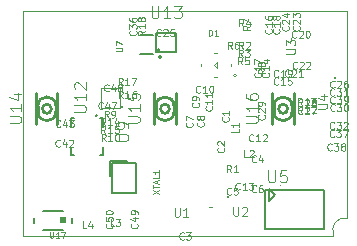
<source format=gbr>
%TF.GenerationSoftware,KiCad,Pcbnew,7.0.7*%
%TF.CreationDate,2024-01-11T19:31:21-08:00*%
%TF.ProjectId,beeper-design,62656570-6572-42d6-9465-7369676e2e6b,rev?*%
%TF.SameCoordinates,Original*%
%TF.FileFunction,Legend,Top*%
%TF.FilePolarity,Positive*%
%FSLAX46Y46*%
G04 Gerber Fmt 4.6, Leading zero omitted, Abs format (unit mm)*
G04 Created by KiCad (PCBNEW 7.0.7) date 2024-01-11 19:31:21*
%MOMM*%
%LPD*%
G01*
G04 APERTURE LIST*
%ADD10C,0.100000*%
%ADD11C,0.150000*%
%ADD12C,0.076200*%
%ADD13C,0.152000*%
%ADD14C,0.200000*%
%ADD15C,0.254000*%
%ADD16C,0.180000*%
%TA.AperFunction,Profile*%
%ADD17C,0.050000*%
%TD*%
G04 APERTURE END LIST*
D10*
X143391261Y-112124542D02*
X143191261Y-111838828D01*
X143048404Y-112124542D02*
X143048404Y-111524542D01*
X143048404Y-111524542D02*
X143276975Y-111524542D01*
X143276975Y-111524542D02*
X143334118Y-111553113D01*
X143334118Y-111553113D02*
X143362689Y-111581685D01*
X143362689Y-111581685D02*
X143391261Y-111638828D01*
X143391261Y-111638828D02*
X143391261Y-111724542D01*
X143391261Y-111724542D02*
X143362689Y-111781685D01*
X143362689Y-111781685D02*
X143334118Y-111810256D01*
X143334118Y-111810256D02*
X143276975Y-111838828D01*
X143276975Y-111838828D02*
X143048404Y-111838828D01*
X143962689Y-112124542D02*
X143619832Y-112124542D01*
X143791261Y-112124542D02*
X143791261Y-111524542D01*
X143791261Y-111524542D02*
X143734118Y-111610256D01*
X143734118Y-111610256D02*
X143676975Y-111667399D01*
X143676975Y-111667399D02*
X143619832Y-111695971D01*
X147381166Y-103990104D02*
X147352594Y-104018676D01*
X147352594Y-104018676D02*
X147266880Y-104047247D01*
X147266880Y-104047247D02*
X147209737Y-104047247D01*
X147209737Y-104047247D02*
X147124023Y-104018676D01*
X147124023Y-104018676D02*
X147066880Y-103961533D01*
X147066880Y-103961533D02*
X147038309Y-103904390D01*
X147038309Y-103904390D02*
X147009737Y-103790104D01*
X147009737Y-103790104D02*
X147009737Y-103704390D01*
X147009737Y-103704390D02*
X147038309Y-103590104D01*
X147038309Y-103590104D02*
X147066880Y-103532961D01*
X147066880Y-103532961D02*
X147124023Y-103475818D01*
X147124023Y-103475818D02*
X147209737Y-103447247D01*
X147209737Y-103447247D02*
X147266880Y-103447247D01*
X147266880Y-103447247D02*
X147352594Y-103475818D01*
X147352594Y-103475818D02*
X147381166Y-103504390D01*
X147952594Y-104047247D02*
X147609737Y-104047247D01*
X147781166Y-104047247D02*
X147781166Y-103447247D01*
X147781166Y-103447247D02*
X147724023Y-103532961D01*
X147724023Y-103532961D02*
X147666880Y-103590104D01*
X147666880Y-103590104D02*
X147609737Y-103618676D01*
X148238309Y-104047247D02*
X148352595Y-104047247D01*
X148352595Y-104047247D02*
X148409738Y-104018676D01*
X148409738Y-104018676D02*
X148438309Y-103990104D01*
X148438309Y-103990104D02*
X148495452Y-103904390D01*
X148495452Y-103904390D02*
X148524023Y-103790104D01*
X148524023Y-103790104D02*
X148524023Y-103561533D01*
X148524023Y-103561533D02*
X148495452Y-103504390D01*
X148495452Y-103504390D02*
X148466881Y-103475818D01*
X148466881Y-103475818D02*
X148409738Y-103447247D01*
X148409738Y-103447247D02*
X148295452Y-103447247D01*
X148295452Y-103447247D02*
X148238309Y-103475818D01*
X148238309Y-103475818D02*
X148209738Y-103504390D01*
X148209738Y-103504390D02*
X148181166Y-103561533D01*
X148181166Y-103561533D02*
X148181166Y-103704390D01*
X148181166Y-103704390D02*
X148209738Y-103761533D01*
X148209738Y-103761533D02*
X148238309Y-103790104D01*
X148238309Y-103790104D02*
X148295452Y-103818676D01*
X148295452Y-103818676D02*
X148409738Y-103818676D01*
X148409738Y-103818676D02*
X148466881Y-103790104D01*
X148466881Y-103790104D02*
X148495452Y-103761533D01*
X148495452Y-103761533D02*
X148524023Y-103704390D01*
X149167213Y-99770971D02*
X149195785Y-99799543D01*
X149195785Y-99799543D02*
X149224356Y-99885257D01*
X149224356Y-99885257D02*
X149224356Y-99942400D01*
X149224356Y-99942400D02*
X149195785Y-100028114D01*
X149195785Y-100028114D02*
X149138642Y-100085257D01*
X149138642Y-100085257D02*
X149081499Y-100113828D01*
X149081499Y-100113828D02*
X148967213Y-100142400D01*
X148967213Y-100142400D02*
X148881499Y-100142400D01*
X148881499Y-100142400D02*
X148767213Y-100113828D01*
X148767213Y-100113828D02*
X148710070Y-100085257D01*
X148710070Y-100085257D02*
X148652927Y-100028114D01*
X148652927Y-100028114D02*
X148624356Y-99942400D01*
X148624356Y-99942400D02*
X148624356Y-99885257D01*
X148624356Y-99885257D02*
X148652927Y-99799543D01*
X148652927Y-99799543D02*
X148681499Y-99770971D01*
X148681499Y-99542400D02*
X148652927Y-99513828D01*
X148652927Y-99513828D02*
X148624356Y-99456686D01*
X148624356Y-99456686D02*
X148624356Y-99313828D01*
X148624356Y-99313828D02*
X148652927Y-99256686D01*
X148652927Y-99256686D02*
X148681499Y-99228114D01*
X148681499Y-99228114D02*
X148738642Y-99199543D01*
X148738642Y-99199543D02*
X148795785Y-99199543D01*
X148795785Y-99199543D02*
X148881499Y-99228114D01*
X148881499Y-99228114D02*
X149224356Y-99570971D01*
X149224356Y-99570971D02*
X149224356Y-99199543D01*
X148624356Y-98999542D02*
X148624356Y-98628114D01*
X148624356Y-98628114D02*
X148852927Y-98828114D01*
X148852927Y-98828114D02*
X148852927Y-98742399D01*
X148852927Y-98742399D02*
X148881499Y-98685257D01*
X148881499Y-98685257D02*
X148910070Y-98656685D01*
X148910070Y-98656685D02*
X148967213Y-98628114D01*
X148967213Y-98628114D02*
X149110070Y-98628114D01*
X149110070Y-98628114D02*
X149167213Y-98656685D01*
X149167213Y-98656685D02*
X149195785Y-98685257D01*
X149195785Y-98685257D02*
X149224356Y-98742399D01*
X149224356Y-98742399D02*
X149224356Y-98913828D01*
X149224356Y-98913828D02*
X149195785Y-98970971D01*
X149195785Y-98970971D02*
X149167213Y-98999542D01*
X133024318Y-105205803D02*
X132995746Y-105234375D01*
X132995746Y-105234375D02*
X132910032Y-105262946D01*
X132910032Y-105262946D02*
X132852889Y-105262946D01*
X132852889Y-105262946D02*
X132767175Y-105234375D01*
X132767175Y-105234375D02*
X132710032Y-105177232D01*
X132710032Y-105177232D02*
X132681461Y-105120089D01*
X132681461Y-105120089D02*
X132652889Y-105005803D01*
X132652889Y-105005803D02*
X132652889Y-104920089D01*
X132652889Y-104920089D02*
X132681461Y-104805803D01*
X132681461Y-104805803D02*
X132710032Y-104748660D01*
X132710032Y-104748660D02*
X132767175Y-104691517D01*
X132767175Y-104691517D02*
X132852889Y-104662946D01*
X132852889Y-104662946D02*
X132910032Y-104662946D01*
X132910032Y-104662946D02*
X132995746Y-104691517D01*
X132995746Y-104691517D02*
X133024318Y-104720089D01*
X133538604Y-104862946D02*
X133538604Y-105262946D01*
X133395746Y-104634375D02*
X133252889Y-105062946D01*
X133252889Y-105062946D02*
X133624318Y-105062946D01*
X133938604Y-104920089D02*
X133881461Y-104891517D01*
X133881461Y-104891517D02*
X133852890Y-104862946D01*
X133852890Y-104862946D02*
X133824318Y-104805803D01*
X133824318Y-104805803D02*
X133824318Y-104777232D01*
X133824318Y-104777232D02*
X133852890Y-104720089D01*
X133852890Y-104720089D02*
X133881461Y-104691517D01*
X133881461Y-104691517D02*
X133938604Y-104662946D01*
X133938604Y-104662946D02*
X134052890Y-104662946D01*
X134052890Y-104662946D02*
X134110033Y-104691517D01*
X134110033Y-104691517D02*
X134138604Y-104720089D01*
X134138604Y-104720089D02*
X134167175Y-104777232D01*
X134167175Y-104777232D02*
X134167175Y-104805803D01*
X134167175Y-104805803D02*
X134138604Y-104862946D01*
X134138604Y-104862946D02*
X134110033Y-104891517D01*
X134110033Y-104891517D02*
X134052890Y-104920089D01*
X134052890Y-104920089D02*
X133938604Y-104920089D01*
X133938604Y-104920089D02*
X133881461Y-104948660D01*
X133881461Y-104948660D02*
X133852890Y-104977232D01*
X133852890Y-104977232D02*
X133824318Y-105034375D01*
X133824318Y-105034375D02*
X133824318Y-105148660D01*
X133824318Y-105148660D02*
X133852890Y-105205803D01*
X133852890Y-105205803D02*
X133881461Y-105234375D01*
X133881461Y-105234375D02*
X133938604Y-105262946D01*
X133938604Y-105262946D02*
X134052890Y-105262946D01*
X134052890Y-105262946D02*
X134110033Y-105234375D01*
X134110033Y-105234375D02*
X134138604Y-105205803D01*
X134138604Y-105205803D02*
X134167175Y-105148660D01*
X134167175Y-105148660D02*
X134167175Y-105034375D01*
X134167175Y-105034375D02*
X134138604Y-104977232D01*
X134138604Y-104977232D02*
X134110033Y-104948660D01*
X134110033Y-104948660D02*
X134052890Y-104920089D01*
X134218801Y-104732684D02*
X134018801Y-104446970D01*
X133875944Y-104732684D02*
X133875944Y-104132684D01*
X133875944Y-104132684D02*
X134104515Y-104132684D01*
X134104515Y-104132684D02*
X134161658Y-104161255D01*
X134161658Y-104161255D02*
X134190229Y-104189827D01*
X134190229Y-104189827D02*
X134218801Y-104246970D01*
X134218801Y-104246970D02*
X134218801Y-104332684D01*
X134218801Y-104332684D02*
X134190229Y-104389827D01*
X134190229Y-104389827D02*
X134161658Y-104418398D01*
X134161658Y-104418398D02*
X134104515Y-104446970D01*
X134104515Y-104446970D02*
X133875944Y-104446970D01*
X134790229Y-104732684D02*
X134447372Y-104732684D01*
X134618801Y-104732684D02*
X134618801Y-104132684D01*
X134618801Y-104132684D02*
X134561658Y-104218398D01*
X134561658Y-104218398D02*
X134504515Y-104275541D01*
X134504515Y-104275541D02*
X134447372Y-104304113D01*
X134990230Y-104132684D02*
X135390230Y-104132684D01*
X135390230Y-104132684D02*
X135133087Y-104732684D01*
X148330995Y-103960580D02*
X148302423Y-103989152D01*
X148302423Y-103989152D02*
X148216709Y-104017723D01*
X148216709Y-104017723D02*
X148159566Y-104017723D01*
X148159566Y-104017723D02*
X148073852Y-103989152D01*
X148073852Y-103989152D02*
X148016709Y-103932009D01*
X148016709Y-103932009D02*
X147988138Y-103874866D01*
X147988138Y-103874866D02*
X147959566Y-103760580D01*
X147959566Y-103760580D02*
X147959566Y-103674866D01*
X147959566Y-103674866D02*
X147988138Y-103560580D01*
X147988138Y-103560580D02*
X148016709Y-103503437D01*
X148016709Y-103503437D02*
X148073852Y-103446294D01*
X148073852Y-103446294D02*
X148159566Y-103417723D01*
X148159566Y-103417723D02*
X148216709Y-103417723D01*
X148216709Y-103417723D02*
X148302423Y-103446294D01*
X148302423Y-103446294D02*
X148330995Y-103474866D01*
X148559566Y-103474866D02*
X148588138Y-103446294D01*
X148588138Y-103446294D02*
X148645281Y-103417723D01*
X148645281Y-103417723D02*
X148788138Y-103417723D01*
X148788138Y-103417723D02*
X148845281Y-103446294D01*
X148845281Y-103446294D02*
X148873852Y-103474866D01*
X148873852Y-103474866D02*
X148902423Y-103532009D01*
X148902423Y-103532009D02*
X148902423Y-103589152D01*
X148902423Y-103589152D02*
X148873852Y-103674866D01*
X148873852Y-103674866D02*
X148530995Y-104017723D01*
X148530995Y-104017723D02*
X148902423Y-104017723D01*
X149473852Y-104017723D02*
X149130995Y-104017723D01*
X149302424Y-104017723D02*
X149302424Y-103417723D01*
X149302424Y-103417723D02*
X149245281Y-103503437D01*
X149245281Y-103503437D02*
X149188138Y-103560580D01*
X149188138Y-103560580D02*
X149130995Y-103589152D01*
X143591139Y-115060600D02*
X143591139Y-115667743D01*
X143591139Y-115667743D02*
X143626853Y-115739171D01*
X143626853Y-115739171D02*
X143662568Y-115774886D01*
X143662568Y-115774886D02*
X143733996Y-115810600D01*
X143733996Y-115810600D02*
X143876853Y-115810600D01*
X143876853Y-115810600D02*
X143948282Y-115774886D01*
X143948282Y-115774886D02*
X143983996Y-115739171D01*
X143983996Y-115739171D02*
X144019710Y-115667743D01*
X144019710Y-115667743D02*
X144019710Y-115060600D01*
X144341139Y-115132028D02*
X144376853Y-115096314D01*
X144376853Y-115096314D02*
X144448282Y-115060600D01*
X144448282Y-115060600D02*
X144626853Y-115060600D01*
X144626853Y-115060600D02*
X144698282Y-115096314D01*
X144698282Y-115096314D02*
X144733996Y-115132028D01*
X144733996Y-115132028D02*
X144769710Y-115203457D01*
X144769710Y-115203457D02*
X144769710Y-115274886D01*
X144769710Y-115274886D02*
X144733996Y-115382028D01*
X144733996Y-115382028D02*
X144305424Y-115810600D01*
X144305424Y-115810600D02*
X144769710Y-115810600D01*
X148911493Y-100675258D02*
X148882921Y-100703830D01*
X148882921Y-100703830D02*
X148797207Y-100732401D01*
X148797207Y-100732401D02*
X148740064Y-100732401D01*
X148740064Y-100732401D02*
X148654350Y-100703830D01*
X148654350Y-100703830D02*
X148597207Y-100646687D01*
X148597207Y-100646687D02*
X148568636Y-100589544D01*
X148568636Y-100589544D02*
X148540064Y-100475258D01*
X148540064Y-100475258D02*
X148540064Y-100389544D01*
X148540064Y-100389544D02*
X148568636Y-100275258D01*
X148568636Y-100275258D02*
X148597207Y-100218115D01*
X148597207Y-100218115D02*
X148654350Y-100160972D01*
X148654350Y-100160972D02*
X148740064Y-100132401D01*
X148740064Y-100132401D02*
X148797207Y-100132401D01*
X148797207Y-100132401D02*
X148882921Y-100160972D01*
X148882921Y-100160972D02*
X148911493Y-100189544D01*
X149140064Y-100189544D02*
X149168636Y-100160972D01*
X149168636Y-100160972D02*
X149225779Y-100132401D01*
X149225779Y-100132401D02*
X149368636Y-100132401D01*
X149368636Y-100132401D02*
X149425779Y-100160972D01*
X149425779Y-100160972D02*
X149454350Y-100189544D01*
X149454350Y-100189544D02*
X149482921Y-100246687D01*
X149482921Y-100246687D02*
X149482921Y-100303830D01*
X149482921Y-100303830D02*
X149454350Y-100389544D01*
X149454350Y-100389544D02*
X149111493Y-100732401D01*
X149111493Y-100732401D02*
X149482921Y-100732401D01*
X149854350Y-100132401D02*
X149911493Y-100132401D01*
X149911493Y-100132401D02*
X149968636Y-100160972D01*
X149968636Y-100160972D02*
X149997208Y-100189544D01*
X149997208Y-100189544D02*
X150025779Y-100246687D01*
X150025779Y-100246687D02*
X150054350Y-100360972D01*
X150054350Y-100360972D02*
X150054350Y-100503830D01*
X150054350Y-100503830D02*
X150025779Y-100618115D01*
X150025779Y-100618115D02*
X149997208Y-100675258D01*
X149997208Y-100675258D02*
X149968636Y-100703830D01*
X149968636Y-100703830D02*
X149911493Y-100732401D01*
X149911493Y-100732401D02*
X149854350Y-100732401D01*
X149854350Y-100732401D02*
X149797208Y-100703830D01*
X149797208Y-100703830D02*
X149768636Y-100675258D01*
X149768636Y-100675258D02*
X149740065Y-100618115D01*
X149740065Y-100618115D02*
X149711493Y-100503830D01*
X149711493Y-100503830D02*
X149711493Y-100360972D01*
X149711493Y-100360972D02*
X149740065Y-100246687D01*
X149740065Y-100246687D02*
X149768636Y-100189544D01*
X149768636Y-100189544D02*
X149797208Y-100160972D01*
X149797208Y-100160972D02*
X149854350Y-100132401D01*
X148979516Y-103298256D02*
X148950944Y-103326828D01*
X148950944Y-103326828D02*
X148865230Y-103355399D01*
X148865230Y-103355399D02*
X148808087Y-103355399D01*
X148808087Y-103355399D02*
X148722373Y-103326828D01*
X148722373Y-103326828D02*
X148665230Y-103269685D01*
X148665230Y-103269685D02*
X148636659Y-103212542D01*
X148636659Y-103212542D02*
X148608087Y-103098256D01*
X148608087Y-103098256D02*
X148608087Y-103012542D01*
X148608087Y-103012542D02*
X148636659Y-102898256D01*
X148636659Y-102898256D02*
X148665230Y-102841113D01*
X148665230Y-102841113D02*
X148722373Y-102783970D01*
X148722373Y-102783970D02*
X148808087Y-102755399D01*
X148808087Y-102755399D02*
X148865230Y-102755399D01*
X148865230Y-102755399D02*
X148950944Y-102783970D01*
X148950944Y-102783970D02*
X148979516Y-102812542D01*
X149208087Y-102812542D02*
X149236659Y-102783970D01*
X149236659Y-102783970D02*
X149293802Y-102755399D01*
X149293802Y-102755399D02*
X149436659Y-102755399D01*
X149436659Y-102755399D02*
X149493802Y-102783970D01*
X149493802Y-102783970D02*
X149522373Y-102812542D01*
X149522373Y-102812542D02*
X149550944Y-102869685D01*
X149550944Y-102869685D02*
X149550944Y-102926828D01*
X149550944Y-102926828D02*
X149522373Y-103012542D01*
X149522373Y-103012542D02*
X149179516Y-103355399D01*
X149179516Y-103355399D02*
X149550944Y-103355399D01*
X149779516Y-102812542D02*
X149808088Y-102783970D01*
X149808088Y-102783970D02*
X149865231Y-102755399D01*
X149865231Y-102755399D02*
X150008088Y-102755399D01*
X150008088Y-102755399D02*
X150065231Y-102783970D01*
X150065231Y-102783970D02*
X150093802Y-102812542D01*
X150093802Y-102812542D02*
X150122373Y-102869685D01*
X150122373Y-102869685D02*
X150122373Y-102926828D01*
X150122373Y-102926828D02*
X150093802Y-103012542D01*
X150093802Y-103012542D02*
X149750945Y-103355399D01*
X149750945Y-103355399D02*
X150122373Y-103355399D01*
X134227871Y-105830157D02*
X134027871Y-105544443D01*
X133885014Y-105830157D02*
X133885014Y-105230157D01*
X133885014Y-105230157D02*
X134113585Y-105230157D01*
X134113585Y-105230157D02*
X134170728Y-105258728D01*
X134170728Y-105258728D02*
X134199299Y-105287300D01*
X134199299Y-105287300D02*
X134227871Y-105344443D01*
X134227871Y-105344443D02*
X134227871Y-105430157D01*
X134227871Y-105430157D02*
X134199299Y-105487300D01*
X134199299Y-105487300D02*
X134170728Y-105515871D01*
X134170728Y-105515871D02*
X134113585Y-105544443D01*
X134113585Y-105544443D02*
X133885014Y-105544443D01*
X134799299Y-105830157D02*
X134456442Y-105830157D01*
X134627871Y-105830157D02*
X134627871Y-105230157D01*
X134627871Y-105230157D02*
X134570728Y-105315871D01*
X134570728Y-105315871D02*
X134513585Y-105373014D01*
X134513585Y-105373014D02*
X134456442Y-105401586D01*
X135313586Y-105230157D02*
X135199300Y-105230157D01*
X135199300Y-105230157D02*
X135142157Y-105258728D01*
X135142157Y-105258728D02*
X135113586Y-105287300D01*
X135113586Y-105287300D02*
X135056443Y-105373014D01*
X135056443Y-105373014D02*
X135027871Y-105487300D01*
X135027871Y-105487300D02*
X135027871Y-105715871D01*
X135027871Y-105715871D02*
X135056443Y-105773014D01*
X135056443Y-105773014D02*
X135085014Y-105801586D01*
X135085014Y-105801586D02*
X135142157Y-105830157D01*
X135142157Y-105830157D02*
X135256443Y-105830157D01*
X135256443Y-105830157D02*
X135313586Y-105801586D01*
X135313586Y-105801586D02*
X135342157Y-105773014D01*
X135342157Y-105773014D02*
X135370728Y-105715871D01*
X135370728Y-105715871D02*
X135370728Y-105573014D01*
X135370728Y-105573014D02*
X135342157Y-105515871D01*
X135342157Y-105515871D02*
X135313586Y-105487300D01*
X135313586Y-105487300D02*
X135256443Y-105458728D01*
X135256443Y-105458728D02*
X135142157Y-105458728D01*
X135142157Y-105458728D02*
X135085014Y-105487300D01*
X135085014Y-105487300D02*
X135056443Y-105515871D01*
X135056443Y-105515871D02*
X135027871Y-105573014D01*
X128075332Y-117162004D02*
X128075332Y-117566766D01*
X128075332Y-117566766D02*
X128099142Y-117614385D01*
X128099142Y-117614385D02*
X128122951Y-117638195D01*
X128122951Y-117638195D02*
X128170570Y-117662004D01*
X128170570Y-117662004D02*
X128265808Y-117662004D01*
X128265808Y-117662004D02*
X128313427Y-117638195D01*
X128313427Y-117638195D02*
X128337237Y-117614385D01*
X128337237Y-117614385D02*
X128361046Y-117566766D01*
X128361046Y-117566766D02*
X128361046Y-117162004D01*
X128861047Y-117662004D02*
X128575333Y-117662004D01*
X128718190Y-117662004D02*
X128718190Y-117162004D01*
X128718190Y-117162004D02*
X128670571Y-117233433D01*
X128670571Y-117233433D02*
X128622952Y-117281052D01*
X128622952Y-117281052D02*
X128575333Y-117304861D01*
X129027713Y-117162004D02*
X129361046Y-117162004D01*
X129361046Y-117162004D02*
X129146761Y-117662004D01*
X139400380Y-117757985D02*
X139371808Y-117786557D01*
X139371808Y-117786557D02*
X139286094Y-117815128D01*
X139286094Y-117815128D02*
X139228951Y-117815128D01*
X139228951Y-117815128D02*
X139143237Y-117786557D01*
X139143237Y-117786557D02*
X139086094Y-117729414D01*
X139086094Y-117729414D02*
X139057523Y-117672271D01*
X139057523Y-117672271D02*
X139028951Y-117557985D01*
X139028951Y-117557985D02*
X139028951Y-117472271D01*
X139028951Y-117472271D02*
X139057523Y-117357985D01*
X139057523Y-117357985D02*
X139086094Y-117300842D01*
X139086094Y-117300842D02*
X139143237Y-117243699D01*
X139143237Y-117243699D02*
X139228951Y-117215128D01*
X139228951Y-117215128D02*
X139286094Y-117215128D01*
X139286094Y-117215128D02*
X139371808Y-117243699D01*
X139371808Y-117243699D02*
X139400380Y-117272271D01*
X139600380Y-117215128D02*
X139971808Y-117215128D01*
X139971808Y-117215128D02*
X139771808Y-117443699D01*
X139771808Y-117443699D02*
X139857523Y-117443699D01*
X139857523Y-117443699D02*
X139914666Y-117472271D01*
X139914666Y-117472271D02*
X139943237Y-117500842D01*
X139943237Y-117500842D02*
X139971808Y-117557985D01*
X139971808Y-117557985D02*
X139971808Y-117700842D01*
X139971808Y-117700842D02*
X139943237Y-117757985D01*
X139943237Y-117757985D02*
X139914666Y-117786557D01*
X139914666Y-117786557D02*
X139857523Y-117815128D01*
X139857523Y-117815128D02*
X139686094Y-117815128D01*
X139686094Y-117815128D02*
X139628951Y-117786557D01*
X139628951Y-117786557D02*
X139600380Y-117757985D01*
X144031913Y-108421659D02*
X144031913Y-108707373D01*
X144031913Y-108707373D02*
X143431913Y-108707373D01*
X144031913Y-107907374D02*
X144031913Y-108250231D01*
X144031913Y-108078802D02*
X143431913Y-108078802D01*
X143431913Y-108078802D02*
X143517627Y-108135945D01*
X143517627Y-108135945D02*
X143574770Y-108193088D01*
X143574770Y-108193088D02*
X143603342Y-108250231D01*
X141750616Y-106540959D02*
X141779188Y-106569531D01*
X141779188Y-106569531D02*
X141807759Y-106655245D01*
X141807759Y-106655245D02*
X141807759Y-106712388D01*
X141807759Y-106712388D02*
X141779188Y-106798102D01*
X141779188Y-106798102D02*
X141722045Y-106855245D01*
X141722045Y-106855245D02*
X141664902Y-106883816D01*
X141664902Y-106883816D02*
X141550616Y-106912388D01*
X141550616Y-106912388D02*
X141464902Y-106912388D01*
X141464902Y-106912388D02*
X141350616Y-106883816D01*
X141350616Y-106883816D02*
X141293473Y-106855245D01*
X141293473Y-106855245D02*
X141236330Y-106798102D01*
X141236330Y-106798102D02*
X141207759Y-106712388D01*
X141207759Y-106712388D02*
X141207759Y-106655245D01*
X141207759Y-106655245D02*
X141236330Y-106569531D01*
X141236330Y-106569531D02*
X141264902Y-106540959D01*
X141807759Y-105969531D02*
X141807759Y-106312388D01*
X141807759Y-106140959D02*
X141207759Y-106140959D01*
X141207759Y-106140959D02*
X141293473Y-106198102D01*
X141293473Y-106198102D02*
X141350616Y-106255245D01*
X141350616Y-106255245D02*
X141379188Y-106312388D01*
X141807759Y-105398102D02*
X141807759Y-105740959D01*
X141807759Y-105569530D02*
X141207759Y-105569530D01*
X141207759Y-105569530D02*
X141293473Y-105626673D01*
X141293473Y-105626673D02*
X141350616Y-105683816D01*
X141350616Y-105683816D02*
X141379188Y-105740959D01*
X143156195Y-107470289D02*
X143184767Y-107498861D01*
X143184767Y-107498861D02*
X143213338Y-107584575D01*
X143213338Y-107584575D02*
X143213338Y-107641718D01*
X143213338Y-107641718D02*
X143184767Y-107727432D01*
X143184767Y-107727432D02*
X143127624Y-107784575D01*
X143127624Y-107784575D02*
X143070481Y-107813146D01*
X143070481Y-107813146D02*
X142956195Y-107841718D01*
X142956195Y-107841718D02*
X142870481Y-107841718D01*
X142870481Y-107841718D02*
X142756195Y-107813146D01*
X142756195Y-107813146D02*
X142699052Y-107784575D01*
X142699052Y-107784575D02*
X142641909Y-107727432D01*
X142641909Y-107727432D02*
X142613338Y-107641718D01*
X142613338Y-107641718D02*
X142613338Y-107584575D01*
X142613338Y-107584575D02*
X142641909Y-107498861D01*
X142641909Y-107498861D02*
X142670481Y-107470289D01*
X143213338Y-106898861D02*
X143213338Y-107241718D01*
X143213338Y-107070289D02*
X142613338Y-107070289D01*
X142613338Y-107070289D02*
X142699052Y-107127432D01*
X142699052Y-107127432D02*
X142756195Y-107184575D01*
X142756195Y-107184575D02*
X142784767Y-107241718D01*
X132782266Y-109477644D02*
X132582266Y-109191930D01*
X132439409Y-109477644D02*
X132439409Y-108877644D01*
X132439409Y-108877644D02*
X132667980Y-108877644D01*
X132667980Y-108877644D02*
X132725123Y-108906215D01*
X132725123Y-108906215D02*
X132753694Y-108934787D01*
X132753694Y-108934787D02*
X132782266Y-108991930D01*
X132782266Y-108991930D02*
X132782266Y-109077644D01*
X132782266Y-109077644D02*
X132753694Y-109134787D01*
X132753694Y-109134787D02*
X132725123Y-109163358D01*
X132725123Y-109163358D02*
X132667980Y-109191930D01*
X132667980Y-109191930D02*
X132439409Y-109191930D01*
X133353694Y-109477644D02*
X133010837Y-109477644D01*
X133182266Y-109477644D02*
X133182266Y-108877644D01*
X133182266Y-108877644D02*
X133125123Y-108963358D01*
X133125123Y-108963358D02*
X133067980Y-109020501D01*
X133067980Y-109020501D02*
X133010837Y-109049073D01*
X133725123Y-108877644D02*
X133782266Y-108877644D01*
X133782266Y-108877644D02*
X133839409Y-108906215D01*
X133839409Y-108906215D02*
X133867981Y-108934787D01*
X133867981Y-108934787D02*
X133896552Y-108991930D01*
X133896552Y-108991930D02*
X133925123Y-109106215D01*
X133925123Y-109106215D02*
X133925123Y-109249073D01*
X133925123Y-109249073D02*
X133896552Y-109363358D01*
X133896552Y-109363358D02*
X133867981Y-109420501D01*
X133867981Y-109420501D02*
X133839409Y-109449073D01*
X133839409Y-109449073D02*
X133782266Y-109477644D01*
X133782266Y-109477644D02*
X133725123Y-109477644D01*
X133725123Y-109477644D02*
X133667981Y-109449073D01*
X133667981Y-109449073D02*
X133639409Y-109420501D01*
X133639409Y-109420501D02*
X133610838Y-109363358D01*
X133610838Y-109363358D02*
X133582266Y-109249073D01*
X133582266Y-109249073D02*
X133582266Y-109106215D01*
X133582266Y-109106215D02*
X133610838Y-108991930D01*
X133610838Y-108991930D02*
X133639409Y-108934787D01*
X133639409Y-108934787D02*
X133667981Y-108906215D01*
X133667981Y-108906215D02*
X133725123Y-108877644D01*
X144806612Y-110819593D02*
X144520898Y-110819593D01*
X144520898Y-110819593D02*
X144520898Y-110219593D01*
X144978040Y-110276736D02*
X145006612Y-110248164D01*
X145006612Y-110248164D02*
X145063755Y-110219593D01*
X145063755Y-110219593D02*
X145206612Y-110219593D01*
X145206612Y-110219593D02*
X145263755Y-110248164D01*
X145263755Y-110248164D02*
X145292326Y-110276736D01*
X145292326Y-110276736D02*
X145320897Y-110333879D01*
X145320897Y-110333879D02*
X145320897Y-110391022D01*
X145320897Y-110391022D02*
X145292326Y-110476736D01*
X145292326Y-110476736D02*
X144949469Y-110819593D01*
X144949469Y-110819593D02*
X145320897Y-110819593D01*
X133486425Y-116666872D02*
X133200711Y-116666872D01*
X133200711Y-116666872D02*
X133200711Y-116066872D01*
X133629282Y-116066872D02*
X134000710Y-116066872D01*
X134000710Y-116066872D02*
X133800710Y-116295443D01*
X133800710Y-116295443D02*
X133886425Y-116295443D01*
X133886425Y-116295443D02*
X133943568Y-116324015D01*
X133943568Y-116324015D02*
X133972139Y-116352586D01*
X133972139Y-116352586D02*
X134000710Y-116409729D01*
X134000710Y-116409729D02*
X134000710Y-116552586D01*
X134000710Y-116552586D02*
X133972139Y-116609729D01*
X133972139Y-116609729D02*
X133943568Y-116638301D01*
X133943568Y-116638301D02*
X133886425Y-116666872D01*
X133886425Y-116666872D02*
X133714996Y-116666872D01*
X133714996Y-116666872D02*
X133657853Y-116638301D01*
X133657853Y-116638301D02*
X133629282Y-116609729D01*
X150776240Y-106736525D02*
X151383383Y-106736525D01*
X151383383Y-106736525D02*
X151454811Y-106700811D01*
X151454811Y-106700811D02*
X151490526Y-106665097D01*
X151490526Y-106665097D02*
X151526240Y-106593668D01*
X151526240Y-106593668D02*
X151526240Y-106450811D01*
X151526240Y-106450811D02*
X151490526Y-106379382D01*
X151490526Y-106379382D02*
X151454811Y-106343668D01*
X151454811Y-106343668D02*
X151383383Y-106307954D01*
X151383383Y-106307954D02*
X150776240Y-106307954D01*
X151026240Y-105629383D02*
X151526240Y-105629383D01*
X150740526Y-105807954D02*
X151276240Y-105986525D01*
X151276240Y-105986525D02*
X151276240Y-105522240D01*
X142772556Y-110054104D02*
X142801128Y-110082676D01*
X142801128Y-110082676D02*
X142829699Y-110168390D01*
X142829699Y-110168390D02*
X142829699Y-110225533D01*
X142829699Y-110225533D02*
X142801128Y-110311247D01*
X142801128Y-110311247D02*
X142743985Y-110368390D01*
X142743985Y-110368390D02*
X142686842Y-110396961D01*
X142686842Y-110396961D02*
X142572556Y-110425533D01*
X142572556Y-110425533D02*
X142486842Y-110425533D01*
X142486842Y-110425533D02*
X142372556Y-110396961D01*
X142372556Y-110396961D02*
X142315413Y-110368390D01*
X142315413Y-110368390D02*
X142258270Y-110311247D01*
X142258270Y-110311247D02*
X142229699Y-110225533D01*
X142229699Y-110225533D02*
X142229699Y-110168390D01*
X142229699Y-110168390D02*
X142258270Y-110082676D01*
X142258270Y-110082676D02*
X142286842Y-110054104D01*
X142286842Y-109825533D02*
X142258270Y-109796961D01*
X142258270Y-109796961D02*
X142229699Y-109739819D01*
X142229699Y-109739819D02*
X142229699Y-109596961D01*
X142229699Y-109596961D02*
X142258270Y-109539819D01*
X142258270Y-109539819D02*
X142286842Y-109511247D01*
X142286842Y-109511247D02*
X142343985Y-109482676D01*
X142343985Y-109482676D02*
X142401128Y-109482676D01*
X142401128Y-109482676D02*
X142486842Y-109511247D01*
X142486842Y-109511247D02*
X142829699Y-109854104D01*
X142829699Y-109854104D02*
X142829699Y-109482676D01*
X133032463Y-107497494D02*
X132832463Y-107211780D01*
X132689606Y-107497494D02*
X132689606Y-106897494D01*
X132689606Y-106897494D02*
X132918177Y-106897494D01*
X132918177Y-106897494D02*
X132975320Y-106926065D01*
X132975320Y-106926065D02*
X133003891Y-106954637D01*
X133003891Y-106954637D02*
X133032463Y-107011780D01*
X133032463Y-107011780D02*
X133032463Y-107097494D01*
X133032463Y-107097494D02*
X133003891Y-107154637D01*
X133003891Y-107154637D02*
X132975320Y-107183208D01*
X132975320Y-107183208D02*
X132918177Y-107211780D01*
X132918177Y-107211780D02*
X132689606Y-107211780D01*
X133318177Y-107497494D02*
X133432463Y-107497494D01*
X133432463Y-107497494D02*
X133489606Y-107468923D01*
X133489606Y-107468923D02*
X133518177Y-107440351D01*
X133518177Y-107440351D02*
X133575320Y-107354637D01*
X133575320Y-107354637D02*
X133603891Y-107240351D01*
X133603891Y-107240351D02*
X133603891Y-107011780D01*
X133603891Y-107011780D02*
X133575320Y-106954637D01*
X133575320Y-106954637D02*
X133546749Y-106926065D01*
X133546749Y-106926065D02*
X133489606Y-106897494D01*
X133489606Y-106897494D02*
X133375320Y-106897494D01*
X133375320Y-106897494D02*
X133318177Y-106926065D01*
X133318177Y-106926065D02*
X133289606Y-106954637D01*
X133289606Y-106954637D02*
X133261034Y-107011780D01*
X133261034Y-107011780D02*
X133261034Y-107154637D01*
X133261034Y-107154637D02*
X133289606Y-107211780D01*
X133289606Y-107211780D02*
X133318177Y-107240351D01*
X133318177Y-107240351D02*
X133375320Y-107268923D01*
X133375320Y-107268923D02*
X133489606Y-107268923D01*
X133489606Y-107268923D02*
X133546749Y-107240351D01*
X133546749Y-107240351D02*
X133575320Y-107211780D01*
X133575320Y-107211780D02*
X133603891Y-107154637D01*
X135441523Y-116488104D02*
X135470095Y-116516676D01*
X135470095Y-116516676D02*
X135498666Y-116602390D01*
X135498666Y-116602390D02*
X135498666Y-116659533D01*
X135498666Y-116659533D02*
X135470095Y-116745247D01*
X135470095Y-116745247D02*
X135412952Y-116802390D01*
X135412952Y-116802390D02*
X135355809Y-116830961D01*
X135355809Y-116830961D02*
X135241523Y-116859533D01*
X135241523Y-116859533D02*
X135155809Y-116859533D01*
X135155809Y-116859533D02*
X135041523Y-116830961D01*
X135041523Y-116830961D02*
X134984380Y-116802390D01*
X134984380Y-116802390D02*
X134927237Y-116745247D01*
X134927237Y-116745247D02*
X134898666Y-116659533D01*
X134898666Y-116659533D02*
X134898666Y-116602390D01*
X134898666Y-116602390D02*
X134927237Y-116516676D01*
X134927237Y-116516676D02*
X134955809Y-116488104D01*
X135098666Y-115973819D02*
X135498666Y-115973819D01*
X134870095Y-116116676D02*
X135298666Y-116259533D01*
X135298666Y-116259533D02*
X135298666Y-115888104D01*
X135498666Y-115630961D02*
X135498666Y-115516675D01*
X135498666Y-115516675D02*
X135470095Y-115459532D01*
X135470095Y-115459532D02*
X135441523Y-115430961D01*
X135441523Y-115430961D02*
X135355809Y-115373818D01*
X135355809Y-115373818D02*
X135241523Y-115345247D01*
X135241523Y-115345247D02*
X135012952Y-115345247D01*
X135012952Y-115345247D02*
X134955809Y-115373818D01*
X134955809Y-115373818D02*
X134927237Y-115402390D01*
X134927237Y-115402390D02*
X134898666Y-115459532D01*
X134898666Y-115459532D02*
X134898666Y-115573818D01*
X134898666Y-115573818D02*
X134927237Y-115630961D01*
X134927237Y-115630961D02*
X134955809Y-115659532D01*
X134955809Y-115659532D02*
X135012952Y-115688104D01*
X135012952Y-115688104D02*
X135155809Y-115688104D01*
X135155809Y-115688104D02*
X135212952Y-115659532D01*
X135212952Y-115659532D02*
X135241523Y-115630961D01*
X135241523Y-115630961D02*
X135270095Y-115573818D01*
X135270095Y-115573818D02*
X135270095Y-115459532D01*
X135270095Y-115459532D02*
X135241523Y-115402390D01*
X135241523Y-115402390D02*
X135212952Y-115373818D01*
X135212952Y-115373818D02*
X135155809Y-115345247D01*
X146816342Y-100007924D02*
X146844914Y-100036496D01*
X146844914Y-100036496D02*
X146873485Y-100122210D01*
X146873485Y-100122210D02*
X146873485Y-100179353D01*
X146873485Y-100179353D02*
X146844914Y-100265067D01*
X146844914Y-100265067D02*
X146787771Y-100322210D01*
X146787771Y-100322210D02*
X146730628Y-100350781D01*
X146730628Y-100350781D02*
X146616342Y-100379353D01*
X146616342Y-100379353D02*
X146530628Y-100379353D01*
X146530628Y-100379353D02*
X146416342Y-100350781D01*
X146416342Y-100350781D02*
X146359199Y-100322210D01*
X146359199Y-100322210D02*
X146302056Y-100265067D01*
X146302056Y-100265067D02*
X146273485Y-100179353D01*
X146273485Y-100179353D02*
X146273485Y-100122210D01*
X146273485Y-100122210D02*
X146302056Y-100036496D01*
X146302056Y-100036496D02*
X146330628Y-100007924D01*
X146873485Y-99436496D02*
X146873485Y-99779353D01*
X146873485Y-99607924D02*
X146273485Y-99607924D01*
X146273485Y-99607924D02*
X146359199Y-99665067D01*
X146359199Y-99665067D02*
X146416342Y-99722210D01*
X146416342Y-99722210D02*
X146444914Y-99779353D01*
X146273485Y-98922210D02*
X146273485Y-99036495D01*
X146273485Y-99036495D02*
X146302056Y-99093638D01*
X146302056Y-99093638D02*
X146330628Y-99122210D01*
X146330628Y-99122210D02*
X146416342Y-99179352D01*
X146416342Y-99179352D02*
X146530628Y-99207924D01*
X146530628Y-99207924D02*
X146759199Y-99207924D01*
X146759199Y-99207924D02*
X146816342Y-99179352D01*
X146816342Y-99179352D02*
X146844914Y-99150781D01*
X146844914Y-99150781D02*
X146873485Y-99093638D01*
X146873485Y-99093638D02*
X146873485Y-98979352D01*
X146873485Y-98979352D02*
X146844914Y-98922210D01*
X146844914Y-98922210D02*
X146816342Y-98893638D01*
X146816342Y-98893638D02*
X146759199Y-98865067D01*
X146759199Y-98865067D02*
X146616342Y-98865067D01*
X146616342Y-98865067D02*
X146559199Y-98893638D01*
X146559199Y-98893638D02*
X146530628Y-98922210D01*
X146530628Y-98922210D02*
X146502056Y-98979352D01*
X146502056Y-98979352D02*
X146502056Y-99093638D01*
X146502056Y-99093638D02*
X146530628Y-99150781D01*
X146530628Y-99150781D02*
X146559199Y-99179352D01*
X146559199Y-99179352D02*
X146616342Y-99207924D01*
X145913823Y-103697741D02*
X145942395Y-103726313D01*
X145942395Y-103726313D02*
X145970966Y-103812027D01*
X145970966Y-103812027D02*
X145970966Y-103869170D01*
X145970966Y-103869170D02*
X145942395Y-103954884D01*
X145942395Y-103954884D02*
X145885252Y-104012027D01*
X145885252Y-104012027D02*
X145828109Y-104040598D01*
X145828109Y-104040598D02*
X145713823Y-104069170D01*
X145713823Y-104069170D02*
X145628109Y-104069170D01*
X145628109Y-104069170D02*
X145513823Y-104040598D01*
X145513823Y-104040598D02*
X145456680Y-104012027D01*
X145456680Y-104012027D02*
X145399537Y-103954884D01*
X145399537Y-103954884D02*
X145370966Y-103869170D01*
X145370966Y-103869170D02*
X145370966Y-103812027D01*
X145370966Y-103812027D02*
X145399537Y-103726313D01*
X145399537Y-103726313D02*
X145428109Y-103697741D01*
X145970966Y-103126313D02*
X145970966Y-103469170D01*
X145970966Y-103297741D02*
X145370966Y-103297741D01*
X145370966Y-103297741D02*
X145456680Y-103354884D01*
X145456680Y-103354884D02*
X145513823Y-103412027D01*
X145513823Y-103412027D02*
X145542395Y-103469170D01*
X145370966Y-102926312D02*
X145370966Y-102526312D01*
X145370966Y-102526312D02*
X145970966Y-102783455D01*
X132525378Y-106700377D02*
X132496806Y-106728949D01*
X132496806Y-106728949D02*
X132411092Y-106757520D01*
X132411092Y-106757520D02*
X132353949Y-106757520D01*
X132353949Y-106757520D02*
X132268235Y-106728949D01*
X132268235Y-106728949D02*
X132211092Y-106671806D01*
X132211092Y-106671806D02*
X132182521Y-106614663D01*
X132182521Y-106614663D02*
X132153949Y-106500377D01*
X132153949Y-106500377D02*
X132153949Y-106414663D01*
X132153949Y-106414663D02*
X132182521Y-106300377D01*
X132182521Y-106300377D02*
X132211092Y-106243234D01*
X132211092Y-106243234D02*
X132268235Y-106186091D01*
X132268235Y-106186091D02*
X132353949Y-106157520D01*
X132353949Y-106157520D02*
X132411092Y-106157520D01*
X132411092Y-106157520D02*
X132496806Y-106186091D01*
X132496806Y-106186091D02*
X132525378Y-106214663D01*
X133039664Y-106357520D02*
X133039664Y-106757520D01*
X132896806Y-106128949D02*
X132753949Y-106557520D01*
X132753949Y-106557520D02*
X133125378Y-106557520D01*
X133296807Y-106157520D02*
X133696807Y-106157520D01*
X133696807Y-106157520D02*
X133439664Y-106757520D01*
X147468023Y-100007100D02*
X147496595Y-100035672D01*
X147496595Y-100035672D02*
X147525166Y-100121386D01*
X147525166Y-100121386D02*
X147525166Y-100178529D01*
X147525166Y-100178529D02*
X147496595Y-100264243D01*
X147496595Y-100264243D02*
X147439452Y-100321386D01*
X147439452Y-100321386D02*
X147382309Y-100349957D01*
X147382309Y-100349957D02*
X147268023Y-100378529D01*
X147268023Y-100378529D02*
X147182309Y-100378529D01*
X147182309Y-100378529D02*
X147068023Y-100349957D01*
X147068023Y-100349957D02*
X147010880Y-100321386D01*
X147010880Y-100321386D02*
X146953737Y-100264243D01*
X146953737Y-100264243D02*
X146925166Y-100178529D01*
X146925166Y-100178529D02*
X146925166Y-100121386D01*
X146925166Y-100121386D02*
X146953737Y-100035672D01*
X146953737Y-100035672D02*
X146982309Y-100007100D01*
X147525166Y-99435672D02*
X147525166Y-99778529D01*
X147525166Y-99607100D02*
X146925166Y-99607100D01*
X146925166Y-99607100D02*
X147010880Y-99664243D01*
X147010880Y-99664243D02*
X147068023Y-99721386D01*
X147068023Y-99721386D02*
X147096595Y-99778529D01*
X147182309Y-99092814D02*
X147153737Y-99149957D01*
X147153737Y-99149957D02*
X147125166Y-99178528D01*
X147125166Y-99178528D02*
X147068023Y-99207100D01*
X147068023Y-99207100D02*
X147039452Y-99207100D01*
X147039452Y-99207100D02*
X146982309Y-99178528D01*
X146982309Y-99178528D02*
X146953737Y-99149957D01*
X146953737Y-99149957D02*
X146925166Y-99092814D01*
X146925166Y-99092814D02*
X146925166Y-98978528D01*
X146925166Y-98978528D02*
X146953737Y-98921386D01*
X146953737Y-98921386D02*
X146982309Y-98892814D01*
X146982309Y-98892814D02*
X147039452Y-98864243D01*
X147039452Y-98864243D02*
X147068023Y-98864243D01*
X147068023Y-98864243D02*
X147125166Y-98892814D01*
X147125166Y-98892814D02*
X147153737Y-98921386D01*
X147153737Y-98921386D02*
X147182309Y-98978528D01*
X147182309Y-98978528D02*
X147182309Y-99092814D01*
X147182309Y-99092814D02*
X147210880Y-99149957D01*
X147210880Y-99149957D02*
X147239452Y-99178528D01*
X147239452Y-99178528D02*
X147296595Y-99207100D01*
X147296595Y-99207100D02*
X147410880Y-99207100D01*
X147410880Y-99207100D02*
X147468023Y-99178528D01*
X147468023Y-99178528D02*
X147496595Y-99149957D01*
X147496595Y-99149957D02*
X147525166Y-99092814D01*
X147525166Y-99092814D02*
X147525166Y-98978528D01*
X147525166Y-98978528D02*
X147496595Y-98921386D01*
X147496595Y-98921386D02*
X147468023Y-98892814D01*
X147468023Y-98892814D02*
X147410880Y-98864243D01*
X147410880Y-98864243D02*
X147296595Y-98864243D01*
X147296595Y-98864243D02*
X147239452Y-98892814D01*
X147239452Y-98892814D02*
X147210880Y-98921386D01*
X147210880Y-98921386D02*
X147182309Y-98978528D01*
X130097206Y-107023993D02*
X130906729Y-107023993D01*
X130906729Y-107023993D02*
X131001967Y-106976374D01*
X131001967Y-106976374D02*
X131049587Y-106928755D01*
X131049587Y-106928755D02*
X131097206Y-106833517D01*
X131097206Y-106833517D02*
X131097206Y-106643041D01*
X131097206Y-106643041D02*
X131049587Y-106547803D01*
X131049587Y-106547803D02*
X131001967Y-106500184D01*
X131001967Y-106500184D02*
X130906729Y-106452565D01*
X130906729Y-106452565D02*
X130097206Y-106452565D01*
X131097206Y-105452565D02*
X131097206Y-106023993D01*
X131097206Y-105738279D02*
X130097206Y-105738279D01*
X130097206Y-105738279D02*
X130240063Y-105833517D01*
X130240063Y-105833517D02*
X130335301Y-105928755D01*
X130335301Y-105928755D02*
X130382920Y-106023993D01*
X130192444Y-105071612D02*
X130144825Y-105023993D01*
X130144825Y-105023993D02*
X130097206Y-104928755D01*
X130097206Y-104928755D02*
X130097206Y-104690660D01*
X130097206Y-104690660D02*
X130144825Y-104595422D01*
X130144825Y-104595422D02*
X130192444Y-104547803D01*
X130192444Y-104547803D02*
X130287682Y-104500184D01*
X130287682Y-104500184D02*
X130382920Y-104500184D01*
X130382920Y-104500184D02*
X130525777Y-104547803D01*
X130525777Y-104547803D02*
X131097206Y-105119231D01*
X131097206Y-105119231D02*
X131097206Y-104500184D01*
X143466929Y-101661545D02*
X143266929Y-101375831D01*
X143124072Y-101661545D02*
X143124072Y-101061545D01*
X143124072Y-101061545D02*
X143352643Y-101061545D01*
X143352643Y-101061545D02*
X143409786Y-101090116D01*
X143409786Y-101090116D02*
X143438357Y-101118688D01*
X143438357Y-101118688D02*
X143466929Y-101175831D01*
X143466929Y-101175831D02*
X143466929Y-101261545D01*
X143466929Y-101261545D02*
X143438357Y-101318688D01*
X143438357Y-101318688D02*
X143409786Y-101347259D01*
X143409786Y-101347259D02*
X143352643Y-101375831D01*
X143352643Y-101375831D02*
X143124072Y-101375831D01*
X143981215Y-101061545D02*
X143866929Y-101061545D01*
X143866929Y-101061545D02*
X143809786Y-101090116D01*
X143809786Y-101090116D02*
X143781215Y-101118688D01*
X143781215Y-101118688D02*
X143724072Y-101204402D01*
X143724072Y-101204402D02*
X143695500Y-101318688D01*
X143695500Y-101318688D02*
X143695500Y-101547259D01*
X143695500Y-101547259D02*
X143724072Y-101604402D01*
X143724072Y-101604402D02*
X143752643Y-101632974D01*
X143752643Y-101632974D02*
X143809786Y-101661545D01*
X143809786Y-101661545D02*
X143924072Y-101661545D01*
X143924072Y-101661545D02*
X143981215Y-101632974D01*
X143981215Y-101632974D02*
X144009786Y-101604402D01*
X144009786Y-101604402D02*
X144038357Y-101547259D01*
X144038357Y-101547259D02*
X144038357Y-101404402D01*
X144038357Y-101404402D02*
X144009786Y-101347259D01*
X144009786Y-101347259D02*
X143981215Y-101318688D01*
X143981215Y-101318688D02*
X143924072Y-101290116D01*
X143924072Y-101290116D02*
X143809786Y-101290116D01*
X143809786Y-101290116D02*
X143752643Y-101318688D01*
X143752643Y-101318688D02*
X143724072Y-101347259D01*
X143724072Y-101347259D02*
X143695500Y-101404402D01*
X128932894Y-108222531D02*
X128904322Y-108251103D01*
X128904322Y-108251103D02*
X128818608Y-108279674D01*
X128818608Y-108279674D02*
X128761465Y-108279674D01*
X128761465Y-108279674D02*
X128675751Y-108251103D01*
X128675751Y-108251103D02*
X128618608Y-108193960D01*
X128618608Y-108193960D02*
X128590037Y-108136817D01*
X128590037Y-108136817D02*
X128561465Y-108022531D01*
X128561465Y-108022531D02*
X128561465Y-107936817D01*
X128561465Y-107936817D02*
X128590037Y-107822531D01*
X128590037Y-107822531D02*
X128618608Y-107765388D01*
X128618608Y-107765388D02*
X128675751Y-107708245D01*
X128675751Y-107708245D02*
X128761465Y-107679674D01*
X128761465Y-107679674D02*
X128818608Y-107679674D01*
X128818608Y-107679674D02*
X128904322Y-107708245D01*
X128904322Y-107708245D02*
X128932894Y-107736817D01*
X129447180Y-107879674D02*
X129447180Y-108279674D01*
X129304322Y-107651103D02*
X129161465Y-108079674D01*
X129161465Y-108079674D02*
X129532894Y-108079674D01*
X129704323Y-107679674D02*
X130075751Y-107679674D01*
X130075751Y-107679674D02*
X129875751Y-107908245D01*
X129875751Y-107908245D02*
X129961466Y-107908245D01*
X129961466Y-107908245D02*
X130018609Y-107936817D01*
X130018609Y-107936817D02*
X130047180Y-107965388D01*
X130047180Y-107965388D02*
X130075751Y-108022531D01*
X130075751Y-108022531D02*
X130075751Y-108165388D01*
X130075751Y-108165388D02*
X130047180Y-108222531D01*
X130047180Y-108222531D02*
X130018609Y-108251103D01*
X130018609Y-108251103D02*
X129961466Y-108279674D01*
X129961466Y-108279674D02*
X129790037Y-108279674D01*
X129790037Y-108279674D02*
X129732894Y-108251103D01*
X129732894Y-108251103D02*
X129704323Y-108222531D01*
X138608736Y-115136850D02*
X138608736Y-115743993D01*
X138608736Y-115743993D02*
X138644450Y-115815421D01*
X138644450Y-115815421D02*
X138680165Y-115851136D01*
X138680165Y-115851136D02*
X138751593Y-115886850D01*
X138751593Y-115886850D02*
X138894450Y-115886850D01*
X138894450Y-115886850D02*
X138965879Y-115851136D01*
X138965879Y-115851136D02*
X139001593Y-115815421D01*
X139001593Y-115815421D02*
X139037307Y-115743993D01*
X139037307Y-115743993D02*
X139037307Y-115136850D01*
X139787307Y-115886850D02*
X139358736Y-115886850D01*
X139573021Y-115886850D02*
X139573021Y-115136850D01*
X139573021Y-115136850D02*
X139501593Y-115243993D01*
X139501593Y-115243993D02*
X139430164Y-115315421D01*
X139430164Y-115315421D02*
X139358736Y-115351136D01*
X147387878Y-104637969D02*
X147359306Y-104666541D01*
X147359306Y-104666541D02*
X147273592Y-104695112D01*
X147273592Y-104695112D02*
X147216449Y-104695112D01*
X147216449Y-104695112D02*
X147130735Y-104666541D01*
X147130735Y-104666541D02*
X147073592Y-104609398D01*
X147073592Y-104609398D02*
X147045021Y-104552255D01*
X147045021Y-104552255D02*
X147016449Y-104437969D01*
X147016449Y-104437969D02*
X147016449Y-104352255D01*
X147016449Y-104352255D02*
X147045021Y-104237969D01*
X147045021Y-104237969D02*
X147073592Y-104180826D01*
X147073592Y-104180826D02*
X147130735Y-104123683D01*
X147130735Y-104123683D02*
X147216449Y-104095112D01*
X147216449Y-104095112D02*
X147273592Y-104095112D01*
X147273592Y-104095112D02*
X147359306Y-104123683D01*
X147359306Y-104123683D02*
X147387878Y-104152255D01*
X147959306Y-104695112D02*
X147616449Y-104695112D01*
X147787878Y-104695112D02*
X147787878Y-104095112D01*
X147787878Y-104095112D02*
X147730735Y-104180826D01*
X147730735Y-104180826D02*
X147673592Y-104237969D01*
X147673592Y-104237969D02*
X147616449Y-104266541D01*
X148502164Y-104095112D02*
X148216450Y-104095112D01*
X148216450Y-104095112D02*
X148187878Y-104380826D01*
X148187878Y-104380826D02*
X148216450Y-104352255D01*
X148216450Y-104352255D02*
X148273593Y-104323683D01*
X148273593Y-104323683D02*
X148416450Y-104323683D01*
X148416450Y-104323683D02*
X148473593Y-104352255D01*
X148473593Y-104352255D02*
X148502164Y-104380826D01*
X148502164Y-104380826D02*
X148530735Y-104437969D01*
X148530735Y-104437969D02*
X148530735Y-104580826D01*
X148530735Y-104580826D02*
X148502164Y-104637969D01*
X148502164Y-104637969D02*
X148473593Y-104666541D01*
X148473593Y-104666541D02*
X148416450Y-104695112D01*
X148416450Y-104695112D02*
X148273593Y-104695112D01*
X148273593Y-104695112D02*
X148216450Y-104666541D01*
X148216450Y-104666541D02*
X148187878Y-104637969D01*
X144438973Y-101660350D02*
X144238973Y-101374636D01*
X144096116Y-101660350D02*
X144096116Y-101060350D01*
X144096116Y-101060350D02*
X144324687Y-101060350D01*
X144324687Y-101060350D02*
X144381830Y-101088921D01*
X144381830Y-101088921D02*
X144410401Y-101117493D01*
X144410401Y-101117493D02*
X144438973Y-101174636D01*
X144438973Y-101174636D02*
X144438973Y-101260350D01*
X144438973Y-101260350D02*
X144410401Y-101317493D01*
X144410401Y-101317493D02*
X144381830Y-101346064D01*
X144381830Y-101346064D02*
X144324687Y-101374636D01*
X144324687Y-101374636D02*
X144096116Y-101374636D01*
X144667544Y-101117493D02*
X144696116Y-101088921D01*
X144696116Y-101088921D02*
X144753259Y-101060350D01*
X144753259Y-101060350D02*
X144896116Y-101060350D01*
X144896116Y-101060350D02*
X144953259Y-101088921D01*
X144953259Y-101088921D02*
X144981830Y-101117493D01*
X144981830Y-101117493D02*
X145010401Y-101174636D01*
X145010401Y-101174636D02*
X145010401Y-101231779D01*
X145010401Y-101231779D02*
X144981830Y-101317493D01*
X144981830Y-101317493D02*
X144638973Y-101660350D01*
X144638973Y-101660350D02*
X145010401Y-101660350D01*
X133310386Y-116486918D02*
X133338958Y-116515490D01*
X133338958Y-116515490D02*
X133367529Y-116601204D01*
X133367529Y-116601204D02*
X133367529Y-116658347D01*
X133367529Y-116658347D02*
X133338958Y-116744061D01*
X133338958Y-116744061D02*
X133281815Y-116801204D01*
X133281815Y-116801204D02*
X133224672Y-116829775D01*
X133224672Y-116829775D02*
X133110386Y-116858347D01*
X133110386Y-116858347D02*
X133024672Y-116858347D01*
X133024672Y-116858347D02*
X132910386Y-116829775D01*
X132910386Y-116829775D02*
X132853243Y-116801204D01*
X132853243Y-116801204D02*
X132796100Y-116744061D01*
X132796100Y-116744061D02*
X132767529Y-116658347D01*
X132767529Y-116658347D02*
X132767529Y-116601204D01*
X132767529Y-116601204D02*
X132796100Y-116515490D01*
X132796100Y-116515490D02*
X132824672Y-116486918D01*
X132767529Y-115944061D02*
X132767529Y-116229775D01*
X132767529Y-116229775D02*
X133053243Y-116258347D01*
X133053243Y-116258347D02*
X133024672Y-116229775D01*
X133024672Y-116229775D02*
X132996100Y-116172633D01*
X132996100Y-116172633D02*
X132996100Y-116029775D01*
X132996100Y-116029775D02*
X133024672Y-115972633D01*
X133024672Y-115972633D02*
X133053243Y-115944061D01*
X133053243Y-115944061D02*
X133110386Y-115915490D01*
X133110386Y-115915490D02*
X133253243Y-115915490D01*
X133253243Y-115915490D02*
X133310386Y-115944061D01*
X133310386Y-115944061D02*
X133338958Y-115972633D01*
X133338958Y-115972633D02*
X133367529Y-116029775D01*
X133367529Y-116029775D02*
X133367529Y-116172633D01*
X133367529Y-116172633D02*
X133338958Y-116229775D01*
X133338958Y-116229775D02*
X133310386Y-116258347D01*
X132767529Y-115544061D02*
X132767529Y-115486918D01*
X132767529Y-115486918D02*
X132796100Y-115429775D01*
X132796100Y-115429775D02*
X132824672Y-115401204D01*
X132824672Y-115401204D02*
X132881815Y-115372632D01*
X132881815Y-115372632D02*
X132996100Y-115344061D01*
X132996100Y-115344061D02*
X133138958Y-115344061D01*
X133138958Y-115344061D02*
X133253243Y-115372632D01*
X133253243Y-115372632D02*
X133310386Y-115401204D01*
X133310386Y-115401204D02*
X133338958Y-115429775D01*
X133338958Y-115429775D02*
X133367529Y-115486918D01*
X133367529Y-115486918D02*
X133367529Y-115544061D01*
X133367529Y-115544061D02*
X133338958Y-115601204D01*
X133338958Y-115601204D02*
X133310386Y-115629775D01*
X133310386Y-115629775D02*
X133253243Y-115658346D01*
X133253243Y-115658346D02*
X133138958Y-115686918D01*
X133138958Y-115686918D02*
X132996100Y-115686918D01*
X132996100Y-115686918D02*
X132881815Y-115658346D01*
X132881815Y-115658346D02*
X132824672Y-115629775D01*
X132824672Y-115629775D02*
X132796100Y-115601204D01*
X132796100Y-115601204D02*
X132767529Y-115544061D01*
X144445693Y-99774726D02*
X144245693Y-99489012D01*
X144102836Y-99774726D02*
X144102836Y-99174726D01*
X144102836Y-99174726D02*
X144331407Y-99174726D01*
X144331407Y-99174726D02*
X144388550Y-99203297D01*
X144388550Y-99203297D02*
X144417121Y-99231869D01*
X144417121Y-99231869D02*
X144445693Y-99289012D01*
X144445693Y-99289012D02*
X144445693Y-99374726D01*
X144445693Y-99374726D02*
X144417121Y-99431869D01*
X144417121Y-99431869D02*
X144388550Y-99460440D01*
X144388550Y-99460440D02*
X144331407Y-99489012D01*
X144331407Y-99489012D02*
X144102836Y-99489012D01*
X144959979Y-99374726D02*
X144959979Y-99774726D01*
X144817121Y-99146155D02*
X144674264Y-99574726D01*
X144674264Y-99574726D02*
X145045693Y-99574726D01*
X146269274Y-103391557D02*
X145983560Y-103591557D01*
X146269274Y-103734414D02*
X145669274Y-103734414D01*
X145669274Y-103734414D02*
X145669274Y-103505843D01*
X145669274Y-103505843D02*
X145697845Y-103448700D01*
X145697845Y-103448700D02*
X145726417Y-103420129D01*
X145726417Y-103420129D02*
X145783560Y-103391557D01*
X145783560Y-103391557D02*
X145869274Y-103391557D01*
X145869274Y-103391557D02*
X145926417Y-103420129D01*
X145926417Y-103420129D02*
X145954988Y-103448700D01*
X145954988Y-103448700D02*
X145983560Y-103505843D01*
X145983560Y-103505843D02*
X145983560Y-103734414D01*
X145926417Y-103048700D02*
X145897845Y-103105843D01*
X145897845Y-103105843D02*
X145869274Y-103134414D01*
X145869274Y-103134414D02*
X145812131Y-103162986D01*
X145812131Y-103162986D02*
X145783560Y-103162986D01*
X145783560Y-103162986D02*
X145726417Y-103134414D01*
X145726417Y-103134414D02*
X145697845Y-103105843D01*
X145697845Y-103105843D02*
X145669274Y-103048700D01*
X145669274Y-103048700D02*
X145669274Y-102934414D01*
X145669274Y-102934414D02*
X145697845Y-102877272D01*
X145697845Y-102877272D02*
X145726417Y-102848700D01*
X145726417Y-102848700D02*
X145783560Y-102820129D01*
X145783560Y-102820129D02*
X145812131Y-102820129D01*
X145812131Y-102820129D02*
X145869274Y-102848700D01*
X145869274Y-102848700D02*
X145897845Y-102877272D01*
X145897845Y-102877272D02*
X145926417Y-102934414D01*
X145926417Y-102934414D02*
X145926417Y-103048700D01*
X145926417Y-103048700D02*
X145954988Y-103105843D01*
X145954988Y-103105843D02*
X145983560Y-103134414D01*
X145983560Y-103134414D02*
X146040703Y-103162986D01*
X146040703Y-103162986D02*
X146154988Y-103162986D01*
X146154988Y-103162986D02*
X146212131Y-103134414D01*
X146212131Y-103134414D02*
X146240703Y-103105843D01*
X146240703Y-103105843D02*
X146269274Y-103048700D01*
X146269274Y-103048700D02*
X146269274Y-102934414D01*
X146269274Y-102934414D02*
X146240703Y-102877272D01*
X146240703Y-102877272D02*
X146212131Y-102848700D01*
X146212131Y-102848700D02*
X146154988Y-102820129D01*
X146154988Y-102820129D02*
X146040703Y-102820129D01*
X146040703Y-102820129D02*
X145983560Y-102848700D01*
X145983560Y-102848700D02*
X145954988Y-102877272D01*
X145954988Y-102877272D02*
X145926417Y-102934414D01*
X131138224Y-116874311D02*
X130852510Y-116874311D01*
X130852510Y-116874311D02*
X130852510Y-116274311D01*
X131595367Y-116474311D02*
X131595367Y-116874311D01*
X131452509Y-116245740D02*
X131309652Y-116674311D01*
X131309652Y-116674311D02*
X131681081Y-116674311D01*
X140763227Y-105325004D02*
X140734655Y-105353576D01*
X140734655Y-105353576D02*
X140648941Y-105382147D01*
X140648941Y-105382147D02*
X140591798Y-105382147D01*
X140591798Y-105382147D02*
X140506084Y-105353576D01*
X140506084Y-105353576D02*
X140448941Y-105296433D01*
X140448941Y-105296433D02*
X140420370Y-105239290D01*
X140420370Y-105239290D02*
X140391798Y-105125004D01*
X140391798Y-105125004D02*
X140391798Y-105039290D01*
X140391798Y-105039290D02*
X140420370Y-104925004D01*
X140420370Y-104925004D02*
X140448941Y-104867861D01*
X140448941Y-104867861D02*
X140506084Y-104810718D01*
X140506084Y-104810718D02*
X140591798Y-104782147D01*
X140591798Y-104782147D02*
X140648941Y-104782147D01*
X140648941Y-104782147D02*
X140734655Y-104810718D01*
X140734655Y-104810718D02*
X140763227Y-104839290D01*
X141334655Y-105382147D02*
X140991798Y-105382147D01*
X141163227Y-105382147D02*
X141163227Y-104782147D01*
X141163227Y-104782147D02*
X141106084Y-104867861D01*
X141106084Y-104867861D02*
X141048941Y-104925004D01*
X141048941Y-104925004D02*
X140991798Y-104953576D01*
X141706084Y-104782147D02*
X141763227Y-104782147D01*
X141763227Y-104782147D02*
X141820370Y-104810718D01*
X141820370Y-104810718D02*
X141848942Y-104839290D01*
X141848942Y-104839290D02*
X141877513Y-104896433D01*
X141877513Y-104896433D02*
X141906084Y-105010718D01*
X141906084Y-105010718D02*
X141906084Y-105153576D01*
X141906084Y-105153576D02*
X141877513Y-105267861D01*
X141877513Y-105267861D02*
X141848942Y-105325004D01*
X141848942Y-105325004D02*
X141820370Y-105353576D01*
X141820370Y-105353576D02*
X141763227Y-105382147D01*
X141763227Y-105382147D02*
X141706084Y-105382147D01*
X141706084Y-105382147D02*
X141648942Y-105353576D01*
X141648942Y-105353576D02*
X141620370Y-105325004D01*
X141620370Y-105325004D02*
X141591799Y-105267861D01*
X141591799Y-105267861D02*
X141563227Y-105153576D01*
X141563227Y-105153576D02*
X141563227Y-105010718D01*
X141563227Y-105010718D02*
X141591799Y-104896433D01*
X141591799Y-104896433D02*
X141620370Y-104839290D01*
X141620370Y-104839290D02*
X141648942Y-104810718D01*
X141648942Y-104810718D02*
X141706084Y-104782147D01*
X136797235Y-113945566D02*
X137297235Y-113612233D01*
X136797235Y-113612233D02*
X137297235Y-113945566D01*
X136797235Y-113493185D02*
X136797235Y-113207471D01*
X137297235Y-113350328D02*
X136797235Y-113350328D01*
X137154378Y-113064614D02*
X137154378Y-112826519D01*
X137297235Y-113112233D02*
X136797235Y-112945567D01*
X136797235Y-112945567D02*
X137297235Y-112778900D01*
X137297235Y-112374139D02*
X137297235Y-112612234D01*
X137297235Y-112612234D02*
X136797235Y-112612234D01*
X137297235Y-111945567D02*
X137297235Y-112231281D01*
X137297235Y-112088424D02*
X136797235Y-112088424D01*
X136797235Y-112088424D02*
X136868664Y-112136043D01*
X136868664Y-112136043D02*
X136916283Y-112183662D01*
X136916283Y-112183662D02*
X136940092Y-112231281D01*
X136116038Y-100150372D02*
X135830324Y-100350372D01*
X136116038Y-100493229D02*
X135516038Y-100493229D01*
X135516038Y-100493229D02*
X135516038Y-100264658D01*
X135516038Y-100264658D02*
X135544609Y-100207515D01*
X135544609Y-100207515D02*
X135573181Y-100178944D01*
X135573181Y-100178944D02*
X135630324Y-100150372D01*
X135630324Y-100150372D02*
X135716038Y-100150372D01*
X135716038Y-100150372D02*
X135773181Y-100178944D01*
X135773181Y-100178944D02*
X135801752Y-100207515D01*
X135801752Y-100207515D02*
X135830324Y-100264658D01*
X135830324Y-100264658D02*
X135830324Y-100493229D01*
X136116038Y-99578944D02*
X136116038Y-99921801D01*
X136116038Y-99750372D02*
X135516038Y-99750372D01*
X135516038Y-99750372D02*
X135601752Y-99807515D01*
X135601752Y-99807515D02*
X135658895Y-99864658D01*
X135658895Y-99864658D02*
X135687467Y-99921801D01*
X135773181Y-99236086D02*
X135744609Y-99293229D01*
X135744609Y-99293229D02*
X135716038Y-99321800D01*
X135716038Y-99321800D02*
X135658895Y-99350372D01*
X135658895Y-99350372D02*
X135630324Y-99350372D01*
X135630324Y-99350372D02*
X135573181Y-99321800D01*
X135573181Y-99321800D02*
X135544609Y-99293229D01*
X135544609Y-99293229D02*
X135516038Y-99236086D01*
X135516038Y-99236086D02*
X135516038Y-99121800D01*
X135516038Y-99121800D02*
X135544609Y-99064658D01*
X135544609Y-99064658D02*
X135573181Y-99036086D01*
X135573181Y-99036086D02*
X135630324Y-99007515D01*
X135630324Y-99007515D02*
X135658895Y-99007515D01*
X135658895Y-99007515D02*
X135716038Y-99036086D01*
X135716038Y-99036086D02*
X135744609Y-99064658D01*
X135744609Y-99064658D02*
X135773181Y-99121800D01*
X135773181Y-99121800D02*
X135773181Y-99236086D01*
X135773181Y-99236086D02*
X135801752Y-99293229D01*
X135801752Y-99293229D02*
X135830324Y-99321800D01*
X135830324Y-99321800D02*
X135887467Y-99350372D01*
X135887467Y-99350372D02*
X136001752Y-99350372D01*
X136001752Y-99350372D02*
X136058895Y-99321800D01*
X136058895Y-99321800D02*
X136087467Y-99293229D01*
X136087467Y-99293229D02*
X136116038Y-99236086D01*
X136116038Y-99236086D02*
X136116038Y-99121800D01*
X136116038Y-99121800D02*
X136087467Y-99064658D01*
X136087467Y-99064658D02*
X136058895Y-99036086D01*
X136058895Y-99036086D02*
X136001752Y-99007515D01*
X136001752Y-99007515D02*
X135887467Y-99007515D01*
X135887467Y-99007515D02*
X135830324Y-99036086D01*
X135830324Y-99036086D02*
X135801752Y-99064658D01*
X135801752Y-99064658D02*
X135773181Y-99121800D01*
X136679802Y-98063618D02*
X136679802Y-98873141D01*
X136679802Y-98873141D02*
X136727421Y-98968379D01*
X136727421Y-98968379D02*
X136775040Y-99015999D01*
X136775040Y-99015999D02*
X136870278Y-99063618D01*
X136870278Y-99063618D02*
X137060754Y-99063618D01*
X137060754Y-99063618D02*
X137155992Y-99015999D01*
X137155992Y-99015999D02*
X137203611Y-98968379D01*
X137203611Y-98968379D02*
X137251230Y-98873141D01*
X137251230Y-98873141D02*
X137251230Y-98063618D01*
X138251230Y-99063618D02*
X137679802Y-99063618D01*
X137965516Y-99063618D02*
X137965516Y-98063618D01*
X137965516Y-98063618D02*
X137870278Y-98206475D01*
X137870278Y-98206475D02*
X137775040Y-98301713D01*
X137775040Y-98301713D02*
X137679802Y-98349332D01*
X138584564Y-98063618D02*
X139203611Y-98063618D01*
X139203611Y-98063618D02*
X138870278Y-98444570D01*
X138870278Y-98444570D02*
X139013135Y-98444570D01*
X139013135Y-98444570D02*
X139108373Y-98492189D01*
X139108373Y-98492189D02*
X139155992Y-98539808D01*
X139155992Y-98539808D02*
X139203611Y-98635046D01*
X139203611Y-98635046D02*
X139203611Y-98873141D01*
X139203611Y-98873141D02*
X139155992Y-98968379D01*
X139155992Y-98968379D02*
X139108373Y-99015999D01*
X139108373Y-99015999D02*
X139013135Y-99063618D01*
X139013135Y-99063618D02*
X138727421Y-99063618D01*
X138727421Y-99063618D02*
X138632183Y-99015999D01*
X138632183Y-99015999D02*
X138584564Y-98968379D01*
X144139025Y-113535230D02*
X144110453Y-113563802D01*
X144110453Y-113563802D02*
X144024739Y-113592373D01*
X144024739Y-113592373D02*
X143967596Y-113592373D01*
X143967596Y-113592373D02*
X143881882Y-113563802D01*
X143881882Y-113563802D02*
X143824739Y-113506659D01*
X143824739Y-113506659D02*
X143796168Y-113449516D01*
X143796168Y-113449516D02*
X143767596Y-113335230D01*
X143767596Y-113335230D02*
X143767596Y-113249516D01*
X143767596Y-113249516D02*
X143796168Y-113135230D01*
X143796168Y-113135230D02*
X143824739Y-113078087D01*
X143824739Y-113078087D02*
X143881882Y-113020944D01*
X143881882Y-113020944D02*
X143967596Y-112992373D01*
X143967596Y-112992373D02*
X144024739Y-112992373D01*
X144024739Y-112992373D02*
X144110453Y-113020944D01*
X144110453Y-113020944D02*
X144139025Y-113049516D01*
X144710453Y-113592373D02*
X144367596Y-113592373D01*
X144539025Y-113592373D02*
X144539025Y-112992373D01*
X144539025Y-112992373D02*
X144481882Y-113078087D01*
X144481882Y-113078087D02*
X144424739Y-113135230D01*
X144424739Y-113135230D02*
X144367596Y-113163802D01*
X144910454Y-112992373D02*
X145281882Y-112992373D01*
X145281882Y-112992373D02*
X145081882Y-113220944D01*
X145081882Y-113220944D02*
X145167597Y-113220944D01*
X145167597Y-113220944D02*
X145224740Y-113249516D01*
X145224740Y-113249516D02*
X145253311Y-113278087D01*
X145253311Y-113278087D02*
X145281882Y-113335230D01*
X145281882Y-113335230D02*
X145281882Y-113478087D01*
X145281882Y-113478087D02*
X145253311Y-113535230D01*
X145253311Y-113535230D02*
X145224740Y-113563802D01*
X145224740Y-113563802D02*
X145167597Y-113592373D01*
X145167597Y-113592373D02*
X144996168Y-113592373D01*
X144996168Y-113592373D02*
X144939025Y-113563802D01*
X144939025Y-113563802D02*
X144910454Y-113535230D01*
X135334162Y-100163190D02*
X135362734Y-100191762D01*
X135362734Y-100191762D02*
X135391305Y-100277476D01*
X135391305Y-100277476D02*
X135391305Y-100334619D01*
X135391305Y-100334619D02*
X135362734Y-100420333D01*
X135362734Y-100420333D02*
X135305591Y-100477476D01*
X135305591Y-100477476D02*
X135248448Y-100506047D01*
X135248448Y-100506047D02*
X135134162Y-100534619D01*
X135134162Y-100534619D02*
X135048448Y-100534619D01*
X135048448Y-100534619D02*
X134934162Y-100506047D01*
X134934162Y-100506047D02*
X134877019Y-100477476D01*
X134877019Y-100477476D02*
X134819876Y-100420333D01*
X134819876Y-100420333D02*
X134791305Y-100334619D01*
X134791305Y-100334619D02*
X134791305Y-100277476D01*
X134791305Y-100277476D02*
X134819876Y-100191762D01*
X134819876Y-100191762D02*
X134848448Y-100163190D01*
X134791305Y-99963190D02*
X134791305Y-99591762D01*
X134791305Y-99591762D02*
X135019876Y-99791762D01*
X135019876Y-99791762D02*
X135019876Y-99706047D01*
X135019876Y-99706047D02*
X135048448Y-99648905D01*
X135048448Y-99648905D02*
X135077019Y-99620333D01*
X135077019Y-99620333D02*
X135134162Y-99591762D01*
X135134162Y-99591762D02*
X135277019Y-99591762D01*
X135277019Y-99591762D02*
X135334162Y-99620333D01*
X135334162Y-99620333D02*
X135362734Y-99648905D01*
X135362734Y-99648905D02*
X135391305Y-99706047D01*
X135391305Y-99706047D02*
X135391305Y-99877476D01*
X135391305Y-99877476D02*
X135362734Y-99934619D01*
X135362734Y-99934619D02*
X135334162Y-99963190D01*
X134791305Y-99077476D02*
X134791305Y-99191761D01*
X134791305Y-99191761D02*
X134819876Y-99248904D01*
X134819876Y-99248904D02*
X134848448Y-99277476D01*
X134848448Y-99277476D02*
X134934162Y-99334618D01*
X134934162Y-99334618D02*
X135048448Y-99363190D01*
X135048448Y-99363190D02*
X135277019Y-99363190D01*
X135277019Y-99363190D02*
X135334162Y-99334618D01*
X135334162Y-99334618D02*
X135362734Y-99306047D01*
X135362734Y-99306047D02*
X135391305Y-99248904D01*
X135391305Y-99248904D02*
X135391305Y-99134618D01*
X135391305Y-99134618D02*
X135362734Y-99077476D01*
X135362734Y-99077476D02*
X135334162Y-99048904D01*
X135334162Y-99048904D02*
X135277019Y-99020333D01*
X135277019Y-99020333D02*
X135134162Y-99020333D01*
X135134162Y-99020333D02*
X135077019Y-99048904D01*
X135077019Y-99048904D02*
X135048448Y-99077476D01*
X135048448Y-99077476D02*
X135019876Y-99134618D01*
X135019876Y-99134618D02*
X135019876Y-99248904D01*
X135019876Y-99248904D02*
X135048448Y-99306047D01*
X135048448Y-99306047D02*
X135077019Y-99334618D01*
X135077019Y-99334618D02*
X135134162Y-99363190D01*
X146227088Y-107283362D02*
X146255660Y-107311934D01*
X146255660Y-107311934D02*
X146284231Y-107397648D01*
X146284231Y-107397648D02*
X146284231Y-107454791D01*
X146284231Y-107454791D02*
X146255660Y-107540505D01*
X146255660Y-107540505D02*
X146198517Y-107597648D01*
X146198517Y-107597648D02*
X146141374Y-107626219D01*
X146141374Y-107626219D02*
X146027088Y-107654791D01*
X146027088Y-107654791D02*
X145941374Y-107654791D01*
X145941374Y-107654791D02*
X145827088Y-107626219D01*
X145827088Y-107626219D02*
X145769945Y-107597648D01*
X145769945Y-107597648D02*
X145712802Y-107540505D01*
X145712802Y-107540505D02*
X145684231Y-107454791D01*
X145684231Y-107454791D02*
X145684231Y-107397648D01*
X145684231Y-107397648D02*
X145712802Y-107311934D01*
X145712802Y-107311934D02*
X145741374Y-107283362D01*
X145741374Y-107054791D02*
X145712802Y-107026219D01*
X145712802Y-107026219D02*
X145684231Y-106969077D01*
X145684231Y-106969077D02*
X145684231Y-106826219D01*
X145684231Y-106826219D02*
X145712802Y-106769077D01*
X145712802Y-106769077D02*
X145741374Y-106740505D01*
X145741374Y-106740505D02*
X145798517Y-106711934D01*
X145798517Y-106711934D02*
X145855660Y-106711934D01*
X145855660Y-106711934D02*
X145941374Y-106740505D01*
X145941374Y-106740505D02*
X146284231Y-107083362D01*
X146284231Y-107083362D02*
X146284231Y-106711934D01*
X146284231Y-106426219D02*
X146284231Y-106311933D01*
X146284231Y-106311933D02*
X146255660Y-106254790D01*
X146255660Y-106254790D02*
X146227088Y-106226219D01*
X146227088Y-106226219D02*
X146141374Y-106169076D01*
X146141374Y-106169076D02*
X146027088Y-106140505D01*
X146027088Y-106140505D02*
X145798517Y-106140505D01*
X145798517Y-106140505D02*
X145741374Y-106169076D01*
X145741374Y-106169076D02*
X145712802Y-106197648D01*
X145712802Y-106197648D02*
X145684231Y-106254790D01*
X145684231Y-106254790D02*
X145684231Y-106369076D01*
X145684231Y-106369076D02*
X145712802Y-106426219D01*
X145712802Y-106426219D02*
X145741374Y-106454790D01*
X145741374Y-106454790D02*
X145798517Y-106483362D01*
X145798517Y-106483362D02*
X145941374Y-106483362D01*
X145941374Y-106483362D02*
X145998517Y-106454790D01*
X145998517Y-106454790D02*
X146027088Y-106426219D01*
X146027088Y-106426219D02*
X146055660Y-106369076D01*
X146055660Y-106369076D02*
X146055660Y-106254790D01*
X146055660Y-106254790D02*
X146027088Y-106197648D01*
X146027088Y-106197648D02*
X145998517Y-106169076D01*
X145998517Y-106169076D02*
X145941374Y-106140505D01*
X140630570Y-106257496D02*
X140659142Y-106286068D01*
X140659142Y-106286068D02*
X140687713Y-106371782D01*
X140687713Y-106371782D02*
X140687713Y-106428925D01*
X140687713Y-106428925D02*
X140659142Y-106514639D01*
X140659142Y-106514639D02*
X140601999Y-106571782D01*
X140601999Y-106571782D02*
X140544856Y-106600353D01*
X140544856Y-106600353D02*
X140430570Y-106628925D01*
X140430570Y-106628925D02*
X140344856Y-106628925D01*
X140344856Y-106628925D02*
X140230570Y-106600353D01*
X140230570Y-106600353D02*
X140173427Y-106571782D01*
X140173427Y-106571782D02*
X140116284Y-106514639D01*
X140116284Y-106514639D02*
X140087713Y-106428925D01*
X140087713Y-106428925D02*
X140087713Y-106371782D01*
X140087713Y-106371782D02*
X140116284Y-106286068D01*
X140116284Y-106286068D02*
X140144856Y-106257496D01*
X140687713Y-105971782D02*
X140687713Y-105857496D01*
X140687713Y-105857496D02*
X140659142Y-105800353D01*
X140659142Y-105800353D02*
X140630570Y-105771782D01*
X140630570Y-105771782D02*
X140544856Y-105714639D01*
X140544856Y-105714639D02*
X140430570Y-105686068D01*
X140430570Y-105686068D02*
X140201999Y-105686068D01*
X140201999Y-105686068D02*
X140144856Y-105714639D01*
X140144856Y-105714639D02*
X140116284Y-105743211D01*
X140116284Y-105743211D02*
X140087713Y-105800353D01*
X140087713Y-105800353D02*
X140087713Y-105914639D01*
X140087713Y-105914639D02*
X140116284Y-105971782D01*
X140116284Y-105971782D02*
X140144856Y-106000353D01*
X140144856Y-106000353D02*
X140201999Y-106028925D01*
X140201999Y-106028925D02*
X140344856Y-106028925D01*
X140344856Y-106028925D02*
X140401999Y-106000353D01*
X140401999Y-106000353D02*
X140430570Y-105971782D01*
X140430570Y-105971782D02*
X140459142Y-105914639D01*
X140459142Y-105914639D02*
X140459142Y-105800353D01*
X140459142Y-105800353D02*
X140430570Y-105743211D01*
X140430570Y-105743211D02*
X140401999Y-105714639D01*
X140401999Y-105714639D02*
X140344856Y-105686068D01*
X145290479Y-109436066D02*
X145261907Y-109464638D01*
X145261907Y-109464638D02*
X145176193Y-109493209D01*
X145176193Y-109493209D02*
X145119050Y-109493209D01*
X145119050Y-109493209D02*
X145033336Y-109464638D01*
X145033336Y-109464638D02*
X144976193Y-109407495D01*
X144976193Y-109407495D02*
X144947622Y-109350352D01*
X144947622Y-109350352D02*
X144919050Y-109236066D01*
X144919050Y-109236066D02*
X144919050Y-109150352D01*
X144919050Y-109150352D02*
X144947622Y-109036066D01*
X144947622Y-109036066D02*
X144976193Y-108978923D01*
X144976193Y-108978923D02*
X145033336Y-108921780D01*
X145033336Y-108921780D02*
X145119050Y-108893209D01*
X145119050Y-108893209D02*
X145176193Y-108893209D01*
X145176193Y-108893209D02*
X145261907Y-108921780D01*
X145261907Y-108921780D02*
X145290479Y-108950352D01*
X145861907Y-109493209D02*
X145519050Y-109493209D01*
X145690479Y-109493209D02*
X145690479Y-108893209D01*
X145690479Y-108893209D02*
X145633336Y-108978923D01*
X145633336Y-108978923D02*
X145576193Y-109036066D01*
X145576193Y-109036066D02*
X145519050Y-109064638D01*
X146090479Y-108950352D02*
X146119051Y-108921780D01*
X146119051Y-108921780D02*
X146176194Y-108893209D01*
X146176194Y-108893209D02*
X146319051Y-108893209D01*
X146319051Y-108893209D02*
X146376194Y-108921780D01*
X146376194Y-108921780D02*
X146404765Y-108950352D01*
X146404765Y-108950352D02*
X146433336Y-109007495D01*
X146433336Y-109007495D02*
X146433336Y-109064638D01*
X146433336Y-109064638D02*
X146404765Y-109150352D01*
X146404765Y-109150352D02*
X146061908Y-109493209D01*
X146061908Y-109493209D02*
X146433336Y-109493209D01*
X152114711Y-109065110D02*
X152086139Y-109093682D01*
X152086139Y-109093682D02*
X152000425Y-109122253D01*
X152000425Y-109122253D02*
X151943282Y-109122253D01*
X151943282Y-109122253D02*
X151857568Y-109093682D01*
X151857568Y-109093682D02*
X151800425Y-109036539D01*
X151800425Y-109036539D02*
X151771854Y-108979396D01*
X151771854Y-108979396D02*
X151743282Y-108865110D01*
X151743282Y-108865110D02*
X151743282Y-108779396D01*
X151743282Y-108779396D02*
X151771854Y-108665110D01*
X151771854Y-108665110D02*
X151800425Y-108607967D01*
X151800425Y-108607967D02*
X151857568Y-108550824D01*
X151857568Y-108550824D02*
X151943282Y-108522253D01*
X151943282Y-108522253D02*
X152000425Y-108522253D01*
X152000425Y-108522253D02*
X152086139Y-108550824D01*
X152086139Y-108550824D02*
X152114711Y-108579396D01*
X152314711Y-108522253D02*
X152686139Y-108522253D01*
X152686139Y-108522253D02*
X152486139Y-108750824D01*
X152486139Y-108750824D02*
X152571854Y-108750824D01*
X152571854Y-108750824D02*
X152628997Y-108779396D01*
X152628997Y-108779396D02*
X152657568Y-108807967D01*
X152657568Y-108807967D02*
X152686139Y-108865110D01*
X152686139Y-108865110D02*
X152686139Y-109007967D01*
X152686139Y-109007967D02*
X152657568Y-109065110D01*
X152657568Y-109065110D02*
X152628997Y-109093682D01*
X152628997Y-109093682D02*
X152571854Y-109122253D01*
X152571854Y-109122253D02*
X152400425Y-109122253D01*
X152400425Y-109122253D02*
X152343282Y-109093682D01*
X152343282Y-109093682D02*
X152314711Y-109065110D01*
X152886140Y-108522253D02*
X153286140Y-108522253D01*
X153286140Y-108522253D02*
X153028997Y-109122253D01*
X148243147Y-99771750D02*
X148271719Y-99800322D01*
X148271719Y-99800322D02*
X148300290Y-99886036D01*
X148300290Y-99886036D02*
X148300290Y-99943179D01*
X148300290Y-99943179D02*
X148271719Y-100028893D01*
X148271719Y-100028893D02*
X148214576Y-100086036D01*
X148214576Y-100086036D02*
X148157433Y-100114607D01*
X148157433Y-100114607D02*
X148043147Y-100143179D01*
X148043147Y-100143179D02*
X147957433Y-100143179D01*
X147957433Y-100143179D02*
X147843147Y-100114607D01*
X147843147Y-100114607D02*
X147786004Y-100086036D01*
X147786004Y-100086036D02*
X147728861Y-100028893D01*
X147728861Y-100028893D02*
X147700290Y-99943179D01*
X147700290Y-99943179D02*
X147700290Y-99886036D01*
X147700290Y-99886036D02*
X147728861Y-99800322D01*
X147728861Y-99800322D02*
X147757433Y-99771750D01*
X147757433Y-99543179D02*
X147728861Y-99514607D01*
X147728861Y-99514607D02*
X147700290Y-99457465D01*
X147700290Y-99457465D02*
X147700290Y-99314607D01*
X147700290Y-99314607D02*
X147728861Y-99257465D01*
X147728861Y-99257465D02*
X147757433Y-99228893D01*
X147757433Y-99228893D02*
X147814576Y-99200322D01*
X147814576Y-99200322D02*
X147871719Y-99200322D01*
X147871719Y-99200322D02*
X147957433Y-99228893D01*
X147957433Y-99228893D02*
X148300290Y-99571750D01*
X148300290Y-99571750D02*
X148300290Y-99200322D01*
X147900290Y-98686036D02*
X148300290Y-98686036D01*
X147671719Y-98828893D02*
X148100290Y-98971750D01*
X148100290Y-98971750D02*
X148100290Y-98600321D01*
X141532164Y-100551430D02*
X141532164Y-100051430D01*
X141532164Y-100051430D02*
X141651212Y-100051430D01*
X141651212Y-100051430D02*
X141722640Y-100075240D01*
X141722640Y-100075240D02*
X141770259Y-100122859D01*
X141770259Y-100122859D02*
X141794069Y-100170478D01*
X141794069Y-100170478D02*
X141817878Y-100265716D01*
X141817878Y-100265716D02*
X141817878Y-100337144D01*
X141817878Y-100337144D02*
X141794069Y-100432382D01*
X141794069Y-100432382D02*
X141770259Y-100480001D01*
X141770259Y-100480001D02*
X141722640Y-100527621D01*
X141722640Y-100527621D02*
X141651212Y-100551430D01*
X141651212Y-100551430D02*
X141532164Y-100551430D01*
X142294069Y-100551430D02*
X142008355Y-100551430D01*
X142151212Y-100551430D02*
X142151212Y-100051430D01*
X142151212Y-100051430D02*
X142103593Y-100122859D01*
X142103593Y-100122859D02*
X142055974Y-100170478D01*
X142055974Y-100170478D02*
X142008355Y-100194287D01*
X149444980Y-107120533D02*
X149244980Y-106834819D01*
X149102123Y-107120533D02*
X149102123Y-106520533D01*
X149102123Y-106520533D02*
X149330694Y-106520533D01*
X149330694Y-106520533D02*
X149387837Y-106549104D01*
X149387837Y-106549104D02*
X149416408Y-106577676D01*
X149416408Y-106577676D02*
X149444980Y-106634819D01*
X149444980Y-106634819D02*
X149444980Y-106720533D01*
X149444980Y-106720533D02*
X149416408Y-106777676D01*
X149416408Y-106777676D02*
X149387837Y-106806247D01*
X149387837Y-106806247D02*
X149330694Y-106834819D01*
X149330694Y-106834819D02*
X149102123Y-106834819D01*
X150016408Y-107120533D02*
X149673551Y-107120533D01*
X149844980Y-107120533D02*
X149844980Y-106520533D01*
X149844980Y-106520533D02*
X149787837Y-106606247D01*
X149787837Y-106606247D02*
X149730694Y-106663390D01*
X149730694Y-106663390D02*
X149673551Y-106691962D01*
X150244980Y-106577676D02*
X150273552Y-106549104D01*
X150273552Y-106549104D02*
X150330695Y-106520533D01*
X150330695Y-106520533D02*
X150473552Y-106520533D01*
X150473552Y-106520533D02*
X150530695Y-106549104D01*
X150530695Y-106549104D02*
X150559266Y-106577676D01*
X150559266Y-106577676D02*
X150587837Y-106634819D01*
X150587837Y-106634819D02*
X150587837Y-106691962D01*
X150587837Y-106691962D02*
X150559266Y-106777676D01*
X150559266Y-106777676D02*
X150216409Y-107120533D01*
X150216409Y-107120533D02*
X150587837Y-107120533D01*
X144387956Y-102327539D02*
X144187956Y-102041825D01*
X144045099Y-102327539D02*
X144045099Y-101727539D01*
X144045099Y-101727539D02*
X144273670Y-101727539D01*
X144273670Y-101727539D02*
X144330813Y-101756110D01*
X144330813Y-101756110D02*
X144359384Y-101784682D01*
X144359384Y-101784682D02*
X144387956Y-101841825D01*
X144387956Y-101841825D02*
X144387956Y-101927539D01*
X144387956Y-101927539D02*
X144359384Y-101984682D01*
X144359384Y-101984682D02*
X144330813Y-102013253D01*
X144330813Y-102013253D02*
X144273670Y-102041825D01*
X144273670Y-102041825D02*
X144045099Y-102041825D01*
X144587956Y-101727539D02*
X144959384Y-101727539D01*
X144959384Y-101727539D02*
X144759384Y-101956110D01*
X144759384Y-101956110D02*
X144845099Y-101956110D01*
X144845099Y-101956110D02*
X144902242Y-101984682D01*
X144902242Y-101984682D02*
X144930813Y-102013253D01*
X144930813Y-102013253D02*
X144959384Y-102070396D01*
X144959384Y-102070396D02*
X144959384Y-102213253D01*
X144959384Y-102213253D02*
X144930813Y-102270396D01*
X144930813Y-102270396D02*
X144902242Y-102298968D01*
X144902242Y-102298968D02*
X144845099Y-102327539D01*
X144845099Y-102327539D02*
X144673670Y-102327539D01*
X144673670Y-102327539D02*
X144616527Y-102298968D01*
X144616527Y-102298968D02*
X144587956Y-102270396D01*
X149438005Y-106497684D02*
X149409433Y-106526256D01*
X149409433Y-106526256D02*
X149323719Y-106554827D01*
X149323719Y-106554827D02*
X149266576Y-106554827D01*
X149266576Y-106554827D02*
X149180862Y-106526256D01*
X149180862Y-106526256D02*
X149123719Y-106469113D01*
X149123719Y-106469113D02*
X149095148Y-106411970D01*
X149095148Y-106411970D02*
X149066576Y-106297684D01*
X149066576Y-106297684D02*
X149066576Y-106211970D01*
X149066576Y-106211970D02*
X149095148Y-106097684D01*
X149095148Y-106097684D02*
X149123719Y-106040541D01*
X149123719Y-106040541D02*
X149180862Y-105983398D01*
X149180862Y-105983398D02*
X149266576Y-105954827D01*
X149266576Y-105954827D02*
X149323719Y-105954827D01*
X149323719Y-105954827D02*
X149409433Y-105983398D01*
X149409433Y-105983398D02*
X149438005Y-106011970D01*
X149666576Y-106011970D02*
X149695148Y-105983398D01*
X149695148Y-105983398D02*
X149752291Y-105954827D01*
X149752291Y-105954827D02*
X149895148Y-105954827D01*
X149895148Y-105954827D02*
X149952291Y-105983398D01*
X149952291Y-105983398D02*
X149980862Y-106011970D01*
X149980862Y-106011970D02*
X150009433Y-106069113D01*
X150009433Y-106069113D02*
X150009433Y-106126256D01*
X150009433Y-106126256D02*
X149980862Y-106211970D01*
X149980862Y-106211970D02*
X149638005Y-106554827D01*
X149638005Y-106554827D02*
X150009433Y-106554827D01*
X150352291Y-106211970D02*
X150295148Y-106183398D01*
X150295148Y-106183398D02*
X150266577Y-106154827D01*
X150266577Y-106154827D02*
X150238005Y-106097684D01*
X150238005Y-106097684D02*
X150238005Y-106069113D01*
X150238005Y-106069113D02*
X150266577Y-106011970D01*
X150266577Y-106011970D02*
X150295148Y-105983398D01*
X150295148Y-105983398D02*
X150352291Y-105954827D01*
X150352291Y-105954827D02*
X150466577Y-105954827D01*
X150466577Y-105954827D02*
X150523720Y-105983398D01*
X150523720Y-105983398D02*
X150552291Y-106011970D01*
X150552291Y-106011970D02*
X150580862Y-106069113D01*
X150580862Y-106069113D02*
X150580862Y-106097684D01*
X150580862Y-106097684D02*
X150552291Y-106154827D01*
X150552291Y-106154827D02*
X150523720Y-106183398D01*
X150523720Y-106183398D02*
X150466577Y-106211970D01*
X150466577Y-106211970D02*
X150352291Y-106211970D01*
X150352291Y-106211970D02*
X150295148Y-106240541D01*
X150295148Y-106240541D02*
X150266577Y-106269113D01*
X150266577Y-106269113D02*
X150238005Y-106326256D01*
X150238005Y-106326256D02*
X150238005Y-106440541D01*
X150238005Y-106440541D02*
X150266577Y-106497684D01*
X150266577Y-106497684D02*
X150295148Y-106526256D01*
X150295148Y-106526256D02*
X150352291Y-106554827D01*
X150352291Y-106554827D02*
X150466577Y-106554827D01*
X150466577Y-106554827D02*
X150523720Y-106526256D01*
X150523720Y-106526256D02*
X150552291Y-106497684D01*
X150552291Y-106497684D02*
X150580862Y-106440541D01*
X150580862Y-106440541D02*
X150580862Y-106326256D01*
X150580862Y-106326256D02*
X150552291Y-106269113D01*
X150552291Y-106269113D02*
X150523720Y-106240541D01*
X150523720Y-106240541D02*
X150466577Y-106211970D01*
X134652319Y-107946115D02*
X135461842Y-107946115D01*
X135461842Y-107946115D02*
X135557080Y-107898496D01*
X135557080Y-107898496D02*
X135604700Y-107850877D01*
X135604700Y-107850877D02*
X135652319Y-107755639D01*
X135652319Y-107755639D02*
X135652319Y-107565163D01*
X135652319Y-107565163D02*
X135604700Y-107469925D01*
X135604700Y-107469925D02*
X135557080Y-107422306D01*
X135557080Y-107422306D02*
X135461842Y-107374687D01*
X135461842Y-107374687D02*
X134652319Y-107374687D01*
X135652319Y-106374687D02*
X135652319Y-106946115D01*
X135652319Y-106660401D02*
X134652319Y-106660401D01*
X134652319Y-106660401D02*
X134795176Y-106755639D01*
X134795176Y-106755639D02*
X134890414Y-106850877D01*
X134890414Y-106850877D02*
X134938033Y-106946115D01*
X134652319Y-105469925D02*
X134652319Y-105946115D01*
X134652319Y-105946115D02*
X135128509Y-105993734D01*
X135128509Y-105993734D02*
X135080890Y-105946115D01*
X135080890Y-105946115D02*
X135033271Y-105850877D01*
X135033271Y-105850877D02*
X135033271Y-105612782D01*
X135033271Y-105612782D02*
X135080890Y-105517544D01*
X135080890Y-105517544D02*
X135128509Y-105469925D01*
X135128509Y-105469925D02*
X135223747Y-105422306D01*
X135223747Y-105422306D02*
X135461842Y-105422306D01*
X135461842Y-105422306D02*
X135557080Y-105469925D01*
X135557080Y-105469925D02*
X135604700Y-105517544D01*
X135604700Y-105517544D02*
X135652319Y-105612782D01*
X135652319Y-105612782D02*
X135652319Y-105850877D01*
X135652319Y-105850877D02*
X135604700Y-105946115D01*
X135604700Y-105946115D02*
X135557080Y-105993734D01*
X149430161Y-107158711D02*
X149401589Y-107187283D01*
X149401589Y-107187283D02*
X149315875Y-107215854D01*
X149315875Y-107215854D02*
X149258732Y-107215854D01*
X149258732Y-107215854D02*
X149173018Y-107187283D01*
X149173018Y-107187283D02*
X149115875Y-107130140D01*
X149115875Y-107130140D02*
X149087304Y-107072997D01*
X149087304Y-107072997D02*
X149058732Y-106958711D01*
X149058732Y-106958711D02*
X149058732Y-106872997D01*
X149058732Y-106872997D02*
X149087304Y-106758711D01*
X149087304Y-106758711D02*
X149115875Y-106701568D01*
X149115875Y-106701568D02*
X149173018Y-106644425D01*
X149173018Y-106644425D02*
X149258732Y-106615854D01*
X149258732Y-106615854D02*
X149315875Y-106615854D01*
X149315875Y-106615854D02*
X149401589Y-106644425D01*
X149401589Y-106644425D02*
X149430161Y-106672997D01*
X149658732Y-106672997D02*
X149687304Y-106644425D01*
X149687304Y-106644425D02*
X149744447Y-106615854D01*
X149744447Y-106615854D02*
X149887304Y-106615854D01*
X149887304Y-106615854D02*
X149944447Y-106644425D01*
X149944447Y-106644425D02*
X149973018Y-106672997D01*
X149973018Y-106672997D02*
X150001589Y-106730140D01*
X150001589Y-106730140D02*
X150001589Y-106787283D01*
X150001589Y-106787283D02*
X149973018Y-106872997D01*
X149973018Y-106872997D02*
X149630161Y-107215854D01*
X149630161Y-107215854D02*
X150001589Y-107215854D01*
X150201590Y-106615854D02*
X150601590Y-106615854D01*
X150601590Y-106615854D02*
X150344447Y-107215854D01*
X149430452Y-106463571D02*
X149230452Y-106177857D01*
X149087595Y-106463571D02*
X149087595Y-105863571D01*
X149087595Y-105863571D02*
X149316166Y-105863571D01*
X149316166Y-105863571D02*
X149373309Y-105892142D01*
X149373309Y-105892142D02*
X149401880Y-105920714D01*
X149401880Y-105920714D02*
X149430452Y-105977857D01*
X149430452Y-105977857D02*
X149430452Y-106063571D01*
X149430452Y-106063571D02*
X149401880Y-106120714D01*
X149401880Y-106120714D02*
X149373309Y-106149285D01*
X149373309Y-106149285D02*
X149316166Y-106177857D01*
X149316166Y-106177857D02*
X149087595Y-106177857D01*
X150001880Y-106463571D02*
X149659023Y-106463571D01*
X149830452Y-106463571D02*
X149830452Y-105863571D01*
X149830452Y-105863571D02*
X149773309Y-105949285D01*
X149773309Y-105949285D02*
X149716166Y-106006428D01*
X149716166Y-106006428D02*
X149659023Y-106035000D01*
X150201881Y-105863571D02*
X150573309Y-105863571D01*
X150573309Y-105863571D02*
X150373309Y-106092142D01*
X150373309Y-106092142D02*
X150459024Y-106092142D01*
X150459024Y-106092142D02*
X150516167Y-106120714D01*
X150516167Y-106120714D02*
X150544738Y-106149285D01*
X150544738Y-106149285D02*
X150573309Y-106206428D01*
X150573309Y-106206428D02*
X150573309Y-106349285D01*
X150573309Y-106349285D02*
X150544738Y-106406428D01*
X150544738Y-106406428D02*
X150516167Y-106435000D01*
X150516167Y-106435000D02*
X150459024Y-106463571D01*
X150459024Y-106463571D02*
X150287595Y-106463571D01*
X150287595Y-106463571D02*
X150230452Y-106435000D01*
X150230452Y-106435000D02*
X150201881Y-106406428D01*
X144652319Y-107946115D02*
X145461842Y-107946115D01*
X145461842Y-107946115D02*
X145557080Y-107898496D01*
X145557080Y-107898496D02*
X145604700Y-107850877D01*
X145604700Y-107850877D02*
X145652319Y-107755639D01*
X145652319Y-107755639D02*
X145652319Y-107565163D01*
X145652319Y-107565163D02*
X145604700Y-107469925D01*
X145604700Y-107469925D02*
X145557080Y-107422306D01*
X145557080Y-107422306D02*
X145461842Y-107374687D01*
X145461842Y-107374687D02*
X144652319Y-107374687D01*
X145652319Y-106374687D02*
X145652319Y-106946115D01*
X145652319Y-106660401D02*
X144652319Y-106660401D01*
X144652319Y-106660401D02*
X144795176Y-106755639D01*
X144795176Y-106755639D02*
X144890414Y-106850877D01*
X144890414Y-106850877D02*
X144938033Y-106946115D01*
X144652319Y-105517544D02*
X144652319Y-105708020D01*
X144652319Y-105708020D02*
X144699938Y-105803258D01*
X144699938Y-105803258D02*
X144747557Y-105850877D01*
X144747557Y-105850877D02*
X144890414Y-105946115D01*
X144890414Y-105946115D02*
X145080890Y-105993734D01*
X145080890Y-105993734D02*
X145461842Y-105993734D01*
X145461842Y-105993734D02*
X145557080Y-105946115D01*
X145557080Y-105946115D02*
X145604700Y-105898496D01*
X145604700Y-105898496D02*
X145652319Y-105803258D01*
X145652319Y-105803258D02*
X145652319Y-105612782D01*
X145652319Y-105612782D02*
X145604700Y-105517544D01*
X145604700Y-105517544D02*
X145557080Y-105469925D01*
X145557080Y-105469925D02*
X145461842Y-105422306D01*
X145461842Y-105422306D02*
X145223747Y-105422306D01*
X145223747Y-105422306D02*
X145128509Y-105469925D01*
X145128509Y-105469925D02*
X145080890Y-105517544D01*
X145080890Y-105517544D02*
X145033271Y-105612782D01*
X145033271Y-105612782D02*
X145033271Y-105803258D01*
X145033271Y-105803258D02*
X145080890Y-105898496D01*
X145080890Y-105898496D02*
X145128509Y-105946115D01*
X145128509Y-105946115D02*
X145223747Y-105993734D01*
X137447003Y-100524459D02*
X137418431Y-100553031D01*
X137418431Y-100553031D02*
X137332717Y-100581602D01*
X137332717Y-100581602D02*
X137275574Y-100581602D01*
X137275574Y-100581602D02*
X137189860Y-100553031D01*
X137189860Y-100553031D02*
X137132717Y-100495888D01*
X137132717Y-100495888D02*
X137104146Y-100438745D01*
X137104146Y-100438745D02*
X137075574Y-100324459D01*
X137075574Y-100324459D02*
X137075574Y-100238745D01*
X137075574Y-100238745D02*
X137104146Y-100124459D01*
X137104146Y-100124459D02*
X137132717Y-100067316D01*
X137132717Y-100067316D02*
X137189860Y-100010173D01*
X137189860Y-100010173D02*
X137275574Y-99981602D01*
X137275574Y-99981602D02*
X137332717Y-99981602D01*
X137332717Y-99981602D02*
X137418431Y-100010173D01*
X137418431Y-100010173D02*
X137447003Y-100038745D01*
X137675574Y-100038745D02*
X137704146Y-100010173D01*
X137704146Y-100010173D02*
X137761289Y-99981602D01*
X137761289Y-99981602D02*
X137904146Y-99981602D01*
X137904146Y-99981602D02*
X137961289Y-100010173D01*
X137961289Y-100010173D02*
X137989860Y-100038745D01*
X137989860Y-100038745D02*
X138018431Y-100095888D01*
X138018431Y-100095888D02*
X138018431Y-100153031D01*
X138018431Y-100153031D02*
X137989860Y-100238745D01*
X137989860Y-100238745D02*
X137647003Y-100581602D01*
X137647003Y-100581602D02*
X138018431Y-100581602D01*
X138561289Y-99981602D02*
X138275575Y-99981602D01*
X138275575Y-99981602D02*
X138247003Y-100267316D01*
X138247003Y-100267316D02*
X138275575Y-100238745D01*
X138275575Y-100238745D02*
X138332718Y-100210173D01*
X138332718Y-100210173D02*
X138475575Y-100210173D01*
X138475575Y-100210173D02*
X138532718Y-100238745D01*
X138532718Y-100238745D02*
X138561289Y-100267316D01*
X138561289Y-100267316D02*
X138589860Y-100324459D01*
X138589860Y-100324459D02*
X138589860Y-100467316D01*
X138589860Y-100467316D02*
X138561289Y-100524459D01*
X138561289Y-100524459D02*
X138532718Y-100553031D01*
X138532718Y-100553031D02*
X138475575Y-100581602D01*
X138475575Y-100581602D02*
X138332718Y-100581602D01*
X138332718Y-100581602D02*
X138275575Y-100553031D01*
X138275575Y-100553031D02*
X138247003Y-100524459D01*
X144990338Y-99719950D02*
X144704624Y-99919950D01*
X144990338Y-100062807D02*
X144390338Y-100062807D01*
X144390338Y-100062807D02*
X144390338Y-99834236D01*
X144390338Y-99834236D02*
X144418909Y-99777093D01*
X144418909Y-99777093D02*
X144447481Y-99748522D01*
X144447481Y-99748522D02*
X144504624Y-99719950D01*
X144504624Y-99719950D02*
X144590338Y-99719950D01*
X144590338Y-99719950D02*
X144647481Y-99748522D01*
X144647481Y-99748522D02*
X144676052Y-99777093D01*
X144676052Y-99777093D02*
X144704624Y-99834236D01*
X144704624Y-99834236D02*
X144704624Y-100062807D01*
X144390338Y-99519950D02*
X144390338Y-99119950D01*
X144390338Y-99119950D02*
X144990338Y-99377093D01*
X144361376Y-102994804D02*
X144161376Y-102709090D01*
X144018519Y-102994804D02*
X144018519Y-102394804D01*
X144018519Y-102394804D02*
X144247090Y-102394804D01*
X144247090Y-102394804D02*
X144304233Y-102423375D01*
X144304233Y-102423375D02*
X144332804Y-102451947D01*
X144332804Y-102451947D02*
X144361376Y-102509090D01*
X144361376Y-102509090D02*
X144361376Y-102594804D01*
X144361376Y-102594804D02*
X144332804Y-102651947D01*
X144332804Y-102651947D02*
X144304233Y-102680518D01*
X144304233Y-102680518D02*
X144247090Y-102709090D01*
X144247090Y-102709090D02*
X144018519Y-102709090D01*
X144904233Y-102394804D02*
X144618519Y-102394804D01*
X144618519Y-102394804D02*
X144589947Y-102680518D01*
X144589947Y-102680518D02*
X144618519Y-102651947D01*
X144618519Y-102651947D02*
X144675662Y-102623375D01*
X144675662Y-102623375D02*
X144818519Y-102623375D01*
X144818519Y-102623375D02*
X144875662Y-102651947D01*
X144875662Y-102651947D02*
X144904233Y-102680518D01*
X144904233Y-102680518D02*
X144932804Y-102737661D01*
X144932804Y-102737661D02*
X144932804Y-102880518D01*
X144932804Y-102880518D02*
X144904233Y-102937661D01*
X144904233Y-102937661D02*
X144875662Y-102966233D01*
X144875662Y-102966233D02*
X144818519Y-102994804D01*
X144818519Y-102994804D02*
X144675662Y-102994804D01*
X144675662Y-102994804D02*
X144618519Y-102966233D01*
X144618519Y-102966233D02*
X144589947Y-102937661D01*
X152158561Y-104905591D02*
X152129989Y-104934163D01*
X152129989Y-104934163D02*
X152044275Y-104962734D01*
X152044275Y-104962734D02*
X151987132Y-104962734D01*
X151987132Y-104962734D02*
X151901418Y-104934163D01*
X151901418Y-104934163D02*
X151844275Y-104877020D01*
X151844275Y-104877020D02*
X151815704Y-104819877D01*
X151815704Y-104819877D02*
X151787132Y-104705591D01*
X151787132Y-104705591D02*
X151787132Y-104619877D01*
X151787132Y-104619877D02*
X151815704Y-104505591D01*
X151815704Y-104505591D02*
X151844275Y-104448448D01*
X151844275Y-104448448D02*
X151901418Y-104391305D01*
X151901418Y-104391305D02*
X151987132Y-104362734D01*
X151987132Y-104362734D02*
X152044275Y-104362734D01*
X152044275Y-104362734D02*
X152129989Y-104391305D01*
X152129989Y-104391305D02*
X152158561Y-104419877D01*
X152387132Y-104419877D02*
X152415704Y-104391305D01*
X152415704Y-104391305D02*
X152472847Y-104362734D01*
X152472847Y-104362734D02*
X152615704Y-104362734D01*
X152615704Y-104362734D02*
X152672847Y-104391305D01*
X152672847Y-104391305D02*
X152701418Y-104419877D01*
X152701418Y-104419877D02*
X152729989Y-104477020D01*
X152729989Y-104477020D02*
X152729989Y-104534163D01*
X152729989Y-104534163D02*
X152701418Y-104619877D01*
X152701418Y-104619877D02*
X152358561Y-104962734D01*
X152358561Y-104962734D02*
X152729989Y-104962734D01*
X153244276Y-104362734D02*
X153129990Y-104362734D01*
X153129990Y-104362734D02*
X153072847Y-104391305D01*
X153072847Y-104391305D02*
X153044276Y-104419877D01*
X153044276Y-104419877D02*
X152987133Y-104505591D01*
X152987133Y-104505591D02*
X152958561Y-104619877D01*
X152958561Y-104619877D02*
X152958561Y-104848448D01*
X152958561Y-104848448D02*
X152987133Y-104905591D01*
X152987133Y-104905591D02*
X153015704Y-104934163D01*
X153015704Y-104934163D02*
X153072847Y-104962734D01*
X153072847Y-104962734D02*
X153187133Y-104962734D01*
X153187133Y-104962734D02*
X153244276Y-104934163D01*
X153244276Y-104934163D02*
X153272847Y-104905591D01*
X153272847Y-104905591D02*
X153301418Y-104848448D01*
X153301418Y-104848448D02*
X153301418Y-104705591D01*
X153301418Y-104705591D02*
X153272847Y-104648448D01*
X153272847Y-104648448D02*
X153244276Y-104619877D01*
X153244276Y-104619877D02*
X153187133Y-104591305D01*
X153187133Y-104591305D02*
X153072847Y-104591305D01*
X153072847Y-104591305D02*
X153015704Y-104619877D01*
X153015704Y-104619877D02*
X152987133Y-104648448D01*
X152987133Y-104648448D02*
X152958561Y-104705591D01*
X124652319Y-107946115D02*
X125461842Y-107946115D01*
X125461842Y-107946115D02*
X125557080Y-107898496D01*
X125557080Y-107898496D02*
X125604700Y-107850877D01*
X125604700Y-107850877D02*
X125652319Y-107755639D01*
X125652319Y-107755639D02*
X125652319Y-107565163D01*
X125652319Y-107565163D02*
X125604700Y-107469925D01*
X125604700Y-107469925D02*
X125557080Y-107422306D01*
X125557080Y-107422306D02*
X125461842Y-107374687D01*
X125461842Y-107374687D02*
X124652319Y-107374687D01*
X125652319Y-106374687D02*
X125652319Y-106946115D01*
X125652319Y-106660401D02*
X124652319Y-106660401D01*
X124652319Y-106660401D02*
X124795176Y-106755639D01*
X124795176Y-106755639D02*
X124890414Y-106850877D01*
X124890414Y-106850877D02*
X124938033Y-106946115D01*
X124985652Y-105517544D02*
X125652319Y-105517544D01*
X124604700Y-105755639D02*
X125318985Y-105993734D01*
X125318985Y-105993734D02*
X125318985Y-105374687D01*
X152163529Y-106875418D02*
X152134957Y-106903990D01*
X152134957Y-106903990D02*
X152049243Y-106932561D01*
X152049243Y-106932561D02*
X151992100Y-106932561D01*
X151992100Y-106932561D02*
X151906386Y-106903990D01*
X151906386Y-106903990D02*
X151849243Y-106846847D01*
X151849243Y-106846847D02*
X151820672Y-106789704D01*
X151820672Y-106789704D02*
X151792100Y-106675418D01*
X151792100Y-106675418D02*
X151792100Y-106589704D01*
X151792100Y-106589704D02*
X151820672Y-106475418D01*
X151820672Y-106475418D02*
X151849243Y-106418275D01*
X151849243Y-106418275D02*
X151906386Y-106361132D01*
X151906386Y-106361132D02*
X151992100Y-106332561D01*
X151992100Y-106332561D02*
X152049243Y-106332561D01*
X152049243Y-106332561D02*
X152134957Y-106361132D01*
X152134957Y-106361132D02*
X152163529Y-106389704D01*
X152363529Y-106332561D02*
X152734957Y-106332561D01*
X152734957Y-106332561D02*
X152534957Y-106561132D01*
X152534957Y-106561132D02*
X152620672Y-106561132D01*
X152620672Y-106561132D02*
X152677815Y-106589704D01*
X152677815Y-106589704D02*
X152706386Y-106618275D01*
X152706386Y-106618275D02*
X152734957Y-106675418D01*
X152734957Y-106675418D02*
X152734957Y-106818275D01*
X152734957Y-106818275D02*
X152706386Y-106875418D01*
X152706386Y-106875418D02*
X152677815Y-106903990D01*
X152677815Y-106903990D02*
X152620672Y-106932561D01*
X152620672Y-106932561D02*
X152449243Y-106932561D01*
X152449243Y-106932561D02*
X152392100Y-106903990D01*
X152392100Y-106903990D02*
X152363529Y-106875418D01*
X153106386Y-106332561D02*
X153163529Y-106332561D01*
X153163529Y-106332561D02*
X153220672Y-106361132D01*
X153220672Y-106361132D02*
X153249244Y-106389704D01*
X153249244Y-106389704D02*
X153277815Y-106446847D01*
X153277815Y-106446847D02*
X153306386Y-106561132D01*
X153306386Y-106561132D02*
X153306386Y-106703990D01*
X153306386Y-106703990D02*
X153277815Y-106818275D01*
X153277815Y-106818275D02*
X153249244Y-106875418D01*
X153249244Y-106875418D02*
X153220672Y-106903990D01*
X153220672Y-106903990D02*
X153163529Y-106932561D01*
X153163529Y-106932561D02*
X153106386Y-106932561D01*
X153106386Y-106932561D02*
X153049244Y-106903990D01*
X153049244Y-106903990D02*
X153020672Y-106875418D01*
X153020672Y-106875418D02*
X152992101Y-106818275D01*
X152992101Y-106818275D02*
X152963529Y-106703990D01*
X152963529Y-106703990D02*
X152963529Y-106561132D01*
X152963529Y-106561132D02*
X152992101Y-106446847D01*
X152992101Y-106446847D02*
X153020672Y-106389704D01*
X153020672Y-106389704D02*
X153049244Y-106361132D01*
X153049244Y-106361132D02*
X153106386Y-106332561D01*
X152155466Y-106224797D02*
X152126894Y-106253369D01*
X152126894Y-106253369D02*
X152041180Y-106281940D01*
X152041180Y-106281940D02*
X151984037Y-106281940D01*
X151984037Y-106281940D02*
X151898323Y-106253369D01*
X151898323Y-106253369D02*
X151841180Y-106196226D01*
X151841180Y-106196226D02*
X151812609Y-106139083D01*
X151812609Y-106139083D02*
X151784037Y-106024797D01*
X151784037Y-106024797D02*
X151784037Y-105939083D01*
X151784037Y-105939083D02*
X151812609Y-105824797D01*
X151812609Y-105824797D02*
X151841180Y-105767654D01*
X151841180Y-105767654D02*
X151898323Y-105710511D01*
X151898323Y-105710511D02*
X151984037Y-105681940D01*
X151984037Y-105681940D02*
X152041180Y-105681940D01*
X152041180Y-105681940D02*
X152126894Y-105710511D01*
X152126894Y-105710511D02*
X152155466Y-105739083D01*
X152355466Y-105681940D02*
X152726894Y-105681940D01*
X152726894Y-105681940D02*
X152526894Y-105910511D01*
X152526894Y-105910511D02*
X152612609Y-105910511D01*
X152612609Y-105910511D02*
X152669752Y-105939083D01*
X152669752Y-105939083D02*
X152698323Y-105967654D01*
X152698323Y-105967654D02*
X152726894Y-106024797D01*
X152726894Y-106024797D02*
X152726894Y-106167654D01*
X152726894Y-106167654D02*
X152698323Y-106224797D01*
X152698323Y-106224797D02*
X152669752Y-106253369D01*
X152669752Y-106253369D02*
X152612609Y-106281940D01*
X152612609Y-106281940D02*
X152441180Y-106281940D01*
X152441180Y-106281940D02*
X152384037Y-106253369D01*
X152384037Y-106253369D02*
X152355466Y-106224797D01*
X153012609Y-106281940D02*
X153126895Y-106281940D01*
X153126895Y-106281940D02*
X153184038Y-106253369D01*
X153184038Y-106253369D02*
X153212609Y-106224797D01*
X153212609Y-106224797D02*
X153269752Y-106139083D01*
X153269752Y-106139083D02*
X153298323Y-106024797D01*
X153298323Y-106024797D02*
X153298323Y-105796226D01*
X153298323Y-105796226D02*
X153269752Y-105739083D01*
X153269752Y-105739083D02*
X153241181Y-105710511D01*
X153241181Y-105710511D02*
X153184038Y-105681940D01*
X153184038Y-105681940D02*
X153069752Y-105681940D01*
X153069752Y-105681940D02*
X153012609Y-105710511D01*
X153012609Y-105710511D02*
X152984038Y-105739083D01*
X152984038Y-105739083D02*
X152955466Y-105796226D01*
X152955466Y-105796226D02*
X152955466Y-105939083D01*
X152955466Y-105939083D02*
X152984038Y-105996226D01*
X152984038Y-105996226D02*
X153012609Y-106024797D01*
X153012609Y-106024797D02*
X153069752Y-106053369D01*
X153069752Y-106053369D02*
X153184038Y-106053369D01*
X153184038Y-106053369D02*
X153241181Y-106024797D01*
X153241181Y-106024797D02*
X153269752Y-105996226D01*
X153269752Y-105996226D02*
X153298323Y-105939083D01*
X133694483Y-109449344D02*
X134504006Y-109449344D01*
X134504006Y-109449344D02*
X134599244Y-109401725D01*
X134599244Y-109401725D02*
X134646864Y-109354106D01*
X134646864Y-109354106D02*
X134694483Y-109258868D01*
X134694483Y-109258868D02*
X134694483Y-109068392D01*
X134694483Y-109068392D02*
X134646864Y-108973154D01*
X134646864Y-108973154D02*
X134599244Y-108925535D01*
X134599244Y-108925535D02*
X134504006Y-108877916D01*
X134504006Y-108877916D02*
X133694483Y-108877916D01*
X134694483Y-108354106D02*
X134694483Y-108163630D01*
X134694483Y-108163630D02*
X134646864Y-108068392D01*
X134646864Y-108068392D02*
X134599244Y-108020773D01*
X134599244Y-108020773D02*
X134456387Y-107925535D01*
X134456387Y-107925535D02*
X134265911Y-107877916D01*
X134265911Y-107877916D02*
X133884959Y-107877916D01*
X133884959Y-107877916D02*
X133789721Y-107925535D01*
X133789721Y-107925535D02*
X133742102Y-107973154D01*
X133742102Y-107973154D02*
X133694483Y-108068392D01*
X133694483Y-108068392D02*
X133694483Y-108258868D01*
X133694483Y-108258868D02*
X133742102Y-108354106D01*
X133742102Y-108354106D02*
X133789721Y-108401725D01*
X133789721Y-108401725D02*
X133884959Y-108449344D01*
X133884959Y-108449344D02*
X134123054Y-108449344D01*
X134123054Y-108449344D02*
X134218292Y-108401725D01*
X134218292Y-108401725D02*
X134265911Y-108354106D01*
X134265911Y-108354106D02*
X134313530Y-108258868D01*
X134313530Y-108258868D02*
X134313530Y-108068392D01*
X134313530Y-108068392D02*
X134265911Y-107973154D01*
X134265911Y-107973154D02*
X134218292Y-107925535D01*
X134218292Y-107925535D02*
X134123054Y-107877916D01*
X148080000Y-102071115D02*
X148687143Y-102071115D01*
X148687143Y-102071115D02*
X148758571Y-102035401D01*
X148758571Y-102035401D02*
X148794286Y-101999687D01*
X148794286Y-101999687D02*
X148830000Y-101928258D01*
X148830000Y-101928258D02*
X148830000Y-101785401D01*
X148830000Y-101785401D02*
X148794286Y-101713972D01*
X148794286Y-101713972D02*
X148758571Y-101678258D01*
X148758571Y-101678258D02*
X148687143Y-101642544D01*
X148687143Y-101642544D02*
X148080000Y-101642544D01*
X148080000Y-101356830D02*
X148080000Y-100892544D01*
X148080000Y-100892544D02*
X148365714Y-101142544D01*
X148365714Y-101142544D02*
X148365714Y-101035401D01*
X148365714Y-101035401D02*
X148401428Y-100963973D01*
X148401428Y-100963973D02*
X148437143Y-100928258D01*
X148437143Y-100928258D02*
X148508571Y-100892544D01*
X148508571Y-100892544D02*
X148687143Y-100892544D01*
X148687143Y-100892544D02*
X148758571Y-100928258D01*
X148758571Y-100928258D02*
X148794286Y-100963973D01*
X148794286Y-100963973D02*
X148830000Y-101035401D01*
X148830000Y-101035401D02*
X148830000Y-101249687D01*
X148830000Y-101249687D02*
X148794286Y-101321115D01*
X148794286Y-101321115D02*
X148758571Y-101356830D01*
X133670623Y-101847599D02*
X134075385Y-101847599D01*
X134075385Y-101847599D02*
X134123004Y-101823789D01*
X134123004Y-101823789D02*
X134146814Y-101799980D01*
X134146814Y-101799980D02*
X134170623Y-101752361D01*
X134170623Y-101752361D02*
X134170623Y-101657123D01*
X134170623Y-101657123D02*
X134146814Y-101609504D01*
X134146814Y-101609504D02*
X134123004Y-101585694D01*
X134123004Y-101585694D02*
X134075385Y-101561885D01*
X134075385Y-101561885D02*
X133670623Y-101561885D01*
X133670623Y-101371408D02*
X133670623Y-101038075D01*
X133670623Y-101038075D02*
X134170623Y-101252360D01*
X151918990Y-110222330D02*
X151890418Y-110250902D01*
X151890418Y-110250902D02*
X151804704Y-110279473D01*
X151804704Y-110279473D02*
X151747561Y-110279473D01*
X151747561Y-110279473D02*
X151661847Y-110250902D01*
X151661847Y-110250902D02*
X151604704Y-110193759D01*
X151604704Y-110193759D02*
X151576133Y-110136616D01*
X151576133Y-110136616D02*
X151547561Y-110022330D01*
X151547561Y-110022330D02*
X151547561Y-109936616D01*
X151547561Y-109936616D02*
X151576133Y-109822330D01*
X151576133Y-109822330D02*
X151604704Y-109765187D01*
X151604704Y-109765187D02*
X151661847Y-109708044D01*
X151661847Y-109708044D02*
X151747561Y-109679473D01*
X151747561Y-109679473D02*
X151804704Y-109679473D01*
X151804704Y-109679473D02*
X151890418Y-109708044D01*
X151890418Y-109708044D02*
X151918990Y-109736616D01*
X152118990Y-109679473D02*
X152490418Y-109679473D01*
X152490418Y-109679473D02*
X152290418Y-109908044D01*
X152290418Y-109908044D02*
X152376133Y-109908044D01*
X152376133Y-109908044D02*
X152433276Y-109936616D01*
X152433276Y-109936616D02*
X152461847Y-109965187D01*
X152461847Y-109965187D02*
X152490418Y-110022330D01*
X152490418Y-110022330D02*
X152490418Y-110165187D01*
X152490418Y-110165187D02*
X152461847Y-110222330D01*
X152461847Y-110222330D02*
X152433276Y-110250902D01*
X152433276Y-110250902D02*
X152376133Y-110279473D01*
X152376133Y-110279473D02*
X152204704Y-110279473D01*
X152204704Y-110279473D02*
X152147561Y-110250902D01*
X152147561Y-110250902D02*
X152118990Y-110222330D01*
X152833276Y-109936616D02*
X152776133Y-109908044D01*
X152776133Y-109908044D02*
X152747562Y-109879473D01*
X152747562Y-109879473D02*
X152718990Y-109822330D01*
X152718990Y-109822330D02*
X152718990Y-109793759D01*
X152718990Y-109793759D02*
X152747562Y-109736616D01*
X152747562Y-109736616D02*
X152776133Y-109708044D01*
X152776133Y-109708044D02*
X152833276Y-109679473D01*
X152833276Y-109679473D02*
X152947562Y-109679473D01*
X152947562Y-109679473D02*
X153004705Y-109708044D01*
X153004705Y-109708044D02*
X153033276Y-109736616D01*
X153033276Y-109736616D02*
X153061847Y-109793759D01*
X153061847Y-109793759D02*
X153061847Y-109822330D01*
X153061847Y-109822330D02*
X153033276Y-109879473D01*
X153033276Y-109879473D02*
X153004705Y-109908044D01*
X153004705Y-109908044D02*
X152947562Y-109936616D01*
X152947562Y-109936616D02*
X152833276Y-109936616D01*
X152833276Y-109936616D02*
X152776133Y-109965187D01*
X152776133Y-109965187D02*
X152747562Y-109993759D01*
X152747562Y-109993759D02*
X152718990Y-110050902D01*
X152718990Y-110050902D02*
X152718990Y-110165187D01*
X152718990Y-110165187D02*
X152747562Y-110222330D01*
X152747562Y-110222330D02*
X152776133Y-110250902D01*
X152776133Y-110250902D02*
X152833276Y-110279473D01*
X152833276Y-110279473D02*
X152947562Y-110279473D01*
X152947562Y-110279473D02*
X153004705Y-110250902D01*
X153004705Y-110250902D02*
X153033276Y-110222330D01*
X153033276Y-110222330D02*
X153061847Y-110165187D01*
X153061847Y-110165187D02*
X153061847Y-110050902D01*
X153061847Y-110050902D02*
X153033276Y-109993759D01*
X153033276Y-109993759D02*
X153004705Y-109965187D01*
X153004705Y-109965187D02*
X152947562Y-109936616D01*
X146553884Y-111969419D02*
X146553884Y-112778942D01*
X146553884Y-112778942D02*
X146601503Y-112874180D01*
X146601503Y-112874180D02*
X146649122Y-112921800D01*
X146649122Y-112921800D02*
X146744360Y-112969419D01*
X146744360Y-112969419D02*
X146934836Y-112969419D01*
X146934836Y-112969419D02*
X147030074Y-112921800D01*
X147030074Y-112921800D02*
X147077693Y-112874180D01*
X147077693Y-112874180D02*
X147125312Y-112778942D01*
X147125312Y-112778942D02*
X147125312Y-111969419D01*
X148077693Y-111969419D02*
X147601503Y-111969419D01*
X147601503Y-111969419D02*
X147553884Y-112445609D01*
X147553884Y-112445609D02*
X147601503Y-112397990D01*
X147601503Y-112397990D02*
X147696741Y-112350371D01*
X147696741Y-112350371D02*
X147934836Y-112350371D01*
X147934836Y-112350371D02*
X148030074Y-112397990D01*
X148030074Y-112397990D02*
X148077693Y-112445609D01*
X148077693Y-112445609D02*
X148125312Y-112540847D01*
X148125312Y-112540847D02*
X148125312Y-112778942D01*
X148125312Y-112778942D02*
X148077693Y-112874180D01*
X148077693Y-112874180D02*
X148030074Y-112921800D01*
X148030074Y-112921800D02*
X147934836Y-112969419D01*
X147934836Y-112969419D02*
X147696741Y-112969419D01*
X147696741Y-112969419D02*
X147601503Y-112921800D01*
X147601503Y-112921800D02*
X147553884Y-112874180D01*
X140098677Y-107914679D02*
X140127249Y-107943251D01*
X140127249Y-107943251D02*
X140155820Y-108028965D01*
X140155820Y-108028965D02*
X140155820Y-108086108D01*
X140155820Y-108086108D02*
X140127249Y-108171822D01*
X140127249Y-108171822D02*
X140070106Y-108228965D01*
X140070106Y-108228965D02*
X140012963Y-108257536D01*
X140012963Y-108257536D02*
X139898677Y-108286108D01*
X139898677Y-108286108D02*
X139812963Y-108286108D01*
X139812963Y-108286108D02*
X139698677Y-108257536D01*
X139698677Y-108257536D02*
X139641534Y-108228965D01*
X139641534Y-108228965D02*
X139584391Y-108171822D01*
X139584391Y-108171822D02*
X139555820Y-108086108D01*
X139555820Y-108086108D02*
X139555820Y-108028965D01*
X139555820Y-108028965D02*
X139584391Y-107943251D01*
X139584391Y-107943251D02*
X139612963Y-107914679D01*
X139555820Y-107714679D02*
X139555820Y-107314679D01*
X139555820Y-107314679D02*
X140155820Y-107571822D01*
X152147903Y-105569679D02*
X152119331Y-105598251D01*
X152119331Y-105598251D02*
X152033617Y-105626822D01*
X152033617Y-105626822D02*
X151976474Y-105626822D01*
X151976474Y-105626822D02*
X151890760Y-105598251D01*
X151890760Y-105598251D02*
X151833617Y-105541108D01*
X151833617Y-105541108D02*
X151805046Y-105483965D01*
X151805046Y-105483965D02*
X151776474Y-105369679D01*
X151776474Y-105369679D02*
X151776474Y-105283965D01*
X151776474Y-105283965D02*
X151805046Y-105169679D01*
X151805046Y-105169679D02*
X151833617Y-105112536D01*
X151833617Y-105112536D02*
X151890760Y-105055393D01*
X151890760Y-105055393D02*
X151976474Y-105026822D01*
X151976474Y-105026822D02*
X152033617Y-105026822D01*
X152033617Y-105026822D02*
X152119331Y-105055393D01*
X152119331Y-105055393D02*
X152147903Y-105083965D01*
X152347903Y-105026822D02*
X152719331Y-105026822D01*
X152719331Y-105026822D02*
X152519331Y-105255393D01*
X152519331Y-105255393D02*
X152605046Y-105255393D01*
X152605046Y-105255393D02*
X152662189Y-105283965D01*
X152662189Y-105283965D02*
X152690760Y-105312536D01*
X152690760Y-105312536D02*
X152719331Y-105369679D01*
X152719331Y-105369679D02*
X152719331Y-105512536D01*
X152719331Y-105512536D02*
X152690760Y-105569679D01*
X152690760Y-105569679D02*
X152662189Y-105598251D01*
X152662189Y-105598251D02*
X152605046Y-105626822D01*
X152605046Y-105626822D02*
X152433617Y-105626822D01*
X152433617Y-105626822D02*
X152376474Y-105598251D01*
X152376474Y-105598251D02*
X152347903Y-105569679D01*
X153290760Y-105626822D02*
X152947903Y-105626822D01*
X153119332Y-105626822D02*
X153119332Y-105026822D01*
X153119332Y-105026822D02*
X153062189Y-105112536D01*
X153062189Y-105112536D02*
X153005046Y-105169679D01*
X153005046Y-105169679D02*
X152947903Y-105198251D01*
X152126497Y-108394142D02*
X152097925Y-108422714D01*
X152097925Y-108422714D02*
X152012211Y-108451285D01*
X152012211Y-108451285D02*
X151955068Y-108451285D01*
X151955068Y-108451285D02*
X151869354Y-108422714D01*
X151869354Y-108422714D02*
X151812211Y-108365571D01*
X151812211Y-108365571D02*
X151783640Y-108308428D01*
X151783640Y-108308428D02*
X151755068Y-108194142D01*
X151755068Y-108194142D02*
X151755068Y-108108428D01*
X151755068Y-108108428D02*
X151783640Y-107994142D01*
X151783640Y-107994142D02*
X151812211Y-107936999D01*
X151812211Y-107936999D02*
X151869354Y-107879856D01*
X151869354Y-107879856D02*
X151955068Y-107851285D01*
X151955068Y-107851285D02*
X152012211Y-107851285D01*
X152012211Y-107851285D02*
X152097925Y-107879856D01*
X152097925Y-107879856D02*
X152126497Y-107908428D01*
X152326497Y-107851285D02*
X152697925Y-107851285D01*
X152697925Y-107851285D02*
X152497925Y-108079856D01*
X152497925Y-108079856D02*
X152583640Y-108079856D01*
X152583640Y-108079856D02*
X152640783Y-108108428D01*
X152640783Y-108108428D02*
X152669354Y-108136999D01*
X152669354Y-108136999D02*
X152697925Y-108194142D01*
X152697925Y-108194142D02*
X152697925Y-108336999D01*
X152697925Y-108336999D02*
X152669354Y-108394142D01*
X152669354Y-108394142D02*
X152640783Y-108422714D01*
X152640783Y-108422714D02*
X152583640Y-108451285D01*
X152583640Y-108451285D02*
X152412211Y-108451285D01*
X152412211Y-108451285D02*
X152355068Y-108422714D01*
X152355068Y-108422714D02*
X152326497Y-108394142D01*
X152926497Y-107908428D02*
X152955069Y-107879856D01*
X152955069Y-107879856D02*
X153012212Y-107851285D01*
X153012212Y-107851285D02*
X153155069Y-107851285D01*
X153155069Y-107851285D02*
X153212212Y-107879856D01*
X153212212Y-107879856D02*
X153240783Y-107908428D01*
X153240783Y-107908428D02*
X153269354Y-107965571D01*
X153269354Y-107965571D02*
X153269354Y-108022714D01*
X153269354Y-108022714D02*
X153240783Y-108108428D01*
X153240783Y-108108428D02*
X152897926Y-108451285D01*
X152897926Y-108451285D02*
X153269354Y-108451285D01*
X141048596Y-107894859D02*
X141077168Y-107923431D01*
X141077168Y-107923431D02*
X141105739Y-108009145D01*
X141105739Y-108009145D02*
X141105739Y-108066288D01*
X141105739Y-108066288D02*
X141077168Y-108152002D01*
X141077168Y-108152002D02*
X141020025Y-108209145D01*
X141020025Y-108209145D02*
X140962882Y-108237716D01*
X140962882Y-108237716D02*
X140848596Y-108266288D01*
X140848596Y-108266288D02*
X140762882Y-108266288D01*
X140762882Y-108266288D02*
X140648596Y-108237716D01*
X140648596Y-108237716D02*
X140591453Y-108209145D01*
X140591453Y-108209145D02*
X140534310Y-108152002D01*
X140534310Y-108152002D02*
X140505739Y-108066288D01*
X140505739Y-108066288D02*
X140505739Y-108009145D01*
X140505739Y-108009145D02*
X140534310Y-107923431D01*
X140534310Y-107923431D02*
X140562882Y-107894859D01*
X140762882Y-107552002D02*
X140734310Y-107609145D01*
X140734310Y-107609145D02*
X140705739Y-107637716D01*
X140705739Y-107637716D02*
X140648596Y-107666288D01*
X140648596Y-107666288D02*
X140620025Y-107666288D01*
X140620025Y-107666288D02*
X140562882Y-107637716D01*
X140562882Y-107637716D02*
X140534310Y-107609145D01*
X140534310Y-107609145D02*
X140505739Y-107552002D01*
X140505739Y-107552002D02*
X140505739Y-107437716D01*
X140505739Y-107437716D02*
X140534310Y-107380574D01*
X140534310Y-107380574D02*
X140562882Y-107352002D01*
X140562882Y-107352002D02*
X140620025Y-107323431D01*
X140620025Y-107323431D02*
X140648596Y-107323431D01*
X140648596Y-107323431D02*
X140705739Y-107352002D01*
X140705739Y-107352002D02*
X140734310Y-107380574D01*
X140734310Y-107380574D02*
X140762882Y-107437716D01*
X140762882Y-107437716D02*
X140762882Y-107552002D01*
X140762882Y-107552002D02*
X140791453Y-107609145D01*
X140791453Y-107609145D02*
X140820025Y-107637716D01*
X140820025Y-107637716D02*
X140877168Y-107666288D01*
X140877168Y-107666288D02*
X140991453Y-107666288D01*
X140991453Y-107666288D02*
X141048596Y-107637716D01*
X141048596Y-107637716D02*
X141077168Y-107609145D01*
X141077168Y-107609145D02*
X141105739Y-107552002D01*
X141105739Y-107552002D02*
X141105739Y-107437716D01*
X141105739Y-107437716D02*
X141077168Y-107380574D01*
X141077168Y-107380574D02*
X141048596Y-107352002D01*
X141048596Y-107352002D02*
X140991453Y-107323431D01*
X140991453Y-107323431D02*
X140877168Y-107323431D01*
X140877168Y-107323431D02*
X140820025Y-107352002D01*
X140820025Y-107352002D02*
X140791453Y-107380574D01*
X140791453Y-107380574D02*
X140762882Y-107437716D01*
X145500645Y-113752097D02*
X145472073Y-113780669D01*
X145472073Y-113780669D02*
X145386359Y-113809240D01*
X145386359Y-113809240D02*
X145329216Y-113809240D01*
X145329216Y-113809240D02*
X145243502Y-113780669D01*
X145243502Y-113780669D02*
X145186359Y-113723526D01*
X145186359Y-113723526D02*
X145157788Y-113666383D01*
X145157788Y-113666383D02*
X145129216Y-113552097D01*
X145129216Y-113552097D02*
X145129216Y-113466383D01*
X145129216Y-113466383D02*
X145157788Y-113352097D01*
X145157788Y-113352097D02*
X145186359Y-113294954D01*
X145186359Y-113294954D02*
X145243502Y-113237811D01*
X145243502Y-113237811D02*
X145329216Y-113209240D01*
X145329216Y-113209240D02*
X145386359Y-113209240D01*
X145386359Y-113209240D02*
X145472073Y-113237811D01*
X145472073Y-113237811D02*
X145500645Y-113266383D01*
X146014931Y-113209240D02*
X145900645Y-113209240D01*
X145900645Y-113209240D02*
X145843502Y-113237811D01*
X145843502Y-113237811D02*
X145814931Y-113266383D01*
X145814931Y-113266383D02*
X145757788Y-113352097D01*
X145757788Y-113352097D02*
X145729216Y-113466383D01*
X145729216Y-113466383D02*
X145729216Y-113694954D01*
X145729216Y-113694954D02*
X145757788Y-113752097D01*
X145757788Y-113752097D02*
X145786359Y-113780669D01*
X145786359Y-113780669D02*
X145843502Y-113809240D01*
X145843502Y-113809240D02*
X145957788Y-113809240D01*
X145957788Y-113809240D02*
X146014931Y-113780669D01*
X146014931Y-113780669D02*
X146043502Y-113752097D01*
X146043502Y-113752097D02*
X146072073Y-113694954D01*
X146072073Y-113694954D02*
X146072073Y-113552097D01*
X146072073Y-113552097D02*
X146043502Y-113494954D01*
X146043502Y-113494954D02*
X146014931Y-113466383D01*
X146014931Y-113466383D02*
X145957788Y-113437811D01*
X145957788Y-113437811D02*
X145843502Y-113437811D01*
X145843502Y-113437811D02*
X145786359Y-113466383D01*
X145786359Y-113466383D02*
X145757788Y-113494954D01*
X145757788Y-113494954D02*
X145729216Y-113552097D01*
X143390701Y-113960084D02*
X143362129Y-113988656D01*
X143362129Y-113988656D02*
X143276415Y-114017227D01*
X143276415Y-114017227D02*
X143219272Y-114017227D01*
X143219272Y-114017227D02*
X143133558Y-113988656D01*
X143133558Y-113988656D02*
X143076415Y-113931513D01*
X143076415Y-113931513D02*
X143047844Y-113874370D01*
X143047844Y-113874370D02*
X143019272Y-113760084D01*
X143019272Y-113760084D02*
X143019272Y-113674370D01*
X143019272Y-113674370D02*
X143047844Y-113560084D01*
X143047844Y-113560084D02*
X143076415Y-113502941D01*
X143076415Y-113502941D02*
X143133558Y-113445798D01*
X143133558Y-113445798D02*
X143219272Y-113417227D01*
X143219272Y-113417227D02*
X143276415Y-113417227D01*
X143276415Y-113417227D02*
X143362129Y-113445798D01*
X143362129Y-113445798D02*
X143390701Y-113474370D01*
X143933558Y-113417227D02*
X143647844Y-113417227D01*
X143647844Y-113417227D02*
X143619272Y-113702941D01*
X143619272Y-113702941D02*
X143647844Y-113674370D01*
X143647844Y-113674370D02*
X143704987Y-113645798D01*
X143704987Y-113645798D02*
X143847844Y-113645798D01*
X143847844Y-113645798D02*
X143904987Y-113674370D01*
X143904987Y-113674370D02*
X143933558Y-113702941D01*
X143933558Y-113702941D02*
X143962129Y-113760084D01*
X143962129Y-113760084D02*
X143962129Y-113902941D01*
X143962129Y-113902941D02*
X143933558Y-113960084D01*
X143933558Y-113960084D02*
X143904987Y-113988656D01*
X143904987Y-113988656D02*
X143847844Y-114017227D01*
X143847844Y-114017227D02*
X143704987Y-114017227D01*
X143704987Y-114017227D02*
X143647844Y-113988656D01*
X143647844Y-113988656D02*
X143619272Y-113960084D01*
X132754787Y-108153154D02*
X132554787Y-107867440D01*
X132411930Y-108153154D02*
X132411930Y-107553154D01*
X132411930Y-107553154D02*
X132640501Y-107553154D01*
X132640501Y-107553154D02*
X132697644Y-107581725D01*
X132697644Y-107581725D02*
X132726215Y-107610297D01*
X132726215Y-107610297D02*
X132754787Y-107667440D01*
X132754787Y-107667440D02*
X132754787Y-107753154D01*
X132754787Y-107753154D02*
X132726215Y-107810297D01*
X132726215Y-107810297D02*
X132697644Y-107838868D01*
X132697644Y-107838868D02*
X132640501Y-107867440D01*
X132640501Y-107867440D02*
X132411930Y-107867440D01*
X133326215Y-108153154D02*
X132983358Y-108153154D01*
X133154787Y-108153154D02*
X133154787Y-107553154D01*
X133154787Y-107553154D02*
X133097644Y-107638868D01*
X133097644Y-107638868D02*
X133040501Y-107696011D01*
X133040501Y-107696011D02*
X132983358Y-107724583D01*
X133840502Y-107753154D02*
X133840502Y-108153154D01*
X133697644Y-107524583D02*
X133554787Y-107953154D01*
X133554787Y-107953154D02*
X133926216Y-107953154D01*
X146562463Y-103699074D02*
X146591035Y-103727646D01*
X146591035Y-103727646D02*
X146619606Y-103813360D01*
X146619606Y-103813360D02*
X146619606Y-103870503D01*
X146619606Y-103870503D02*
X146591035Y-103956217D01*
X146591035Y-103956217D02*
X146533892Y-104013360D01*
X146533892Y-104013360D02*
X146476749Y-104041931D01*
X146476749Y-104041931D02*
X146362463Y-104070503D01*
X146362463Y-104070503D02*
X146276749Y-104070503D01*
X146276749Y-104070503D02*
X146162463Y-104041931D01*
X146162463Y-104041931D02*
X146105320Y-104013360D01*
X146105320Y-104013360D02*
X146048177Y-103956217D01*
X146048177Y-103956217D02*
X146019606Y-103870503D01*
X146019606Y-103870503D02*
X146019606Y-103813360D01*
X146019606Y-103813360D02*
X146048177Y-103727646D01*
X146048177Y-103727646D02*
X146076749Y-103699074D01*
X146619606Y-103127646D02*
X146619606Y-103470503D01*
X146619606Y-103299074D02*
X146019606Y-103299074D01*
X146019606Y-103299074D02*
X146105320Y-103356217D01*
X146105320Y-103356217D02*
X146162463Y-103413360D01*
X146162463Y-103413360D02*
X146191035Y-103470503D01*
X146219606Y-102613360D02*
X146619606Y-102613360D01*
X145991035Y-102756217D02*
X146419606Y-102899074D01*
X146419606Y-102899074D02*
X146419606Y-102527645D01*
X145507477Y-111217295D02*
X145478905Y-111245867D01*
X145478905Y-111245867D02*
X145393191Y-111274438D01*
X145393191Y-111274438D02*
X145336048Y-111274438D01*
X145336048Y-111274438D02*
X145250334Y-111245867D01*
X145250334Y-111245867D02*
X145193191Y-111188724D01*
X145193191Y-111188724D02*
X145164620Y-111131581D01*
X145164620Y-111131581D02*
X145136048Y-111017295D01*
X145136048Y-111017295D02*
X145136048Y-110931581D01*
X145136048Y-110931581D02*
X145164620Y-110817295D01*
X145164620Y-110817295D02*
X145193191Y-110760152D01*
X145193191Y-110760152D02*
X145250334Y-110703009D01*
X145250334Y-110703009D02*
X145336048Y-110674438D01*
X145336048Y-110674438D02*
X145393191Y-110674438D01*
X145393191Y-110674438D02*
X145478905Y-110703009D01*
X145478905Y-110703009D02*
X145507477Y-110731581D01*
X146021763Y-110874438D02*
X146021763Y-111274438D01*
X145878905Y-110645867D02*
X145736048Y-111074438D01*
X145736048Y-111074438D02*
X146107477Y-111074438D01*
X132758366Y-108806693D02*
X132558366Y-108520979D01*
X132415509Y-108806693D02*
X132415509Y-108206693D01*
X132415509Y-108206693D02*
X132644080Y-108206693D01*
X132644080Y-108206693D02*
X132701223Y-108235264D01*
X132701223Y-108235264D02*
X132729794Y-108263836D01*
X132729794Y-108263836D02*
X132758366Y-108320979D01*
X132758366Y-108320979D02*
X132758366Y-108406693D01*
X132758366Y-108406693D02*
X132729794Y-108463836D01*
X132729794Y-108463836D02*
X132701223Y-108492407D01*
X132701223Y-108492407D02*
X132644080Y-108520979D01*
X132644080Y-108520979D02*
X132415509Y-108520979D01*
X133329794Y-108806693D02*
X132986937Y-108806693D01*
X133158366Y-108806693D02*
X133158366Y-108206693D01*
X133158366Y-108206693D02*
X133101223Y-108292407D01*
X133101223Y-108292407D02*
X133044080Y-108349550D01*
X133044080Y-108349550D02*
X132986937Y-108378122D01*
X133872652Y-108206693D02*
X133586938Y-108206693D01*
X133586938Y-108206693D02*
X133558366Y-108492407D01*
X133558366Y-108492407D02*
X133586938Y-108463836D01*
X133586938Y-108463836D02*
X133644081Y-108435264D01*
X133644081Y-108435264D02*
X133786938Y-108435264D01*
X133786938Y-108435264D02*
X133844081Y-108463836D01*
X133844081Y-108463836D02*
X133872652Y-108492407D01*
X133872652Y-108492407D02*
X133901223Y-108549550D01*
X133901223Y-108549550D02*
X133901223Y-108692407D01*
X133901223Y-108692407D02*
X133872652Y-108749550D01*
X133872652Y-108749550D02*
X133844081Y-108778122D01*
X133844081Y-108778122D02*
X133786938Y-108806693D01*
X133786938Y-108806693D02*
X133644081Y-108806693D01*
X133644081Y-108806693D02*
X133586938Y-108778122D01*
X133586938Y-108778122D02*
X133558366Y-108749550D01*
X128902918Y-109904995D02*
X128874346Y-109933567D01*
X128874346Y-109933567D02*
X128788632Y-109962138D01*
X128788632Y-109962138D02*
X128731489Y-109962138D01*
X128731489Y-109962138D02*
X128645775Y-109933567D01*
X128645775Y-109933567D02*
X128588632Y-109876424D01*
X128588632Y-109876424D02*
X128560061Y-109819281D01*
X128560061Y-109819281D02*
X128531489Y-109704995D01*
X128531489Y-109704995D02*
X128531489Y-109619281D01*
X128531489Y-109619281D02*
X128560061Y-109504995D01*
X128560061Y-109504995D02*
X128588632Y-109447852D01*
X128588632Y-109447852D02*
X128645775Y-109390709D01*
X128645775Y-109390709D02*
X128731489Y-109362138D01*
X128731489Y-109362138D02*
X128788632Y-109362138D01*
X128788632Y-109362138D02*
X128874346Y-109390709D01*
X128874346Y-109390709D02*
X128902918Y-109419281D01*
X129417204Y-109562138D02*
X129417204Y-109962138D01*
X129274346Y-109333567D02*
X129131489Y-109762138D01*
X129131489Y-109762138D02*
X129502918Y-109762138D01*
X129702918Y-109419281D02*
X129731490Y-109390709D01*
X129731490Y-109390709D02*
X129788633Y-109362138D01*
X129788633Y-109362138D02*
X129931490Y-109362138D01*
X129931490Y-109362138D02*
X129988633Y-109390709D01*
X129988633Y-109390709D02*
X130017204Y-109419281D01*
X130017204Y-109419281D02*
X130045775Y-109476424D01*
X130045775Y-109476424D02*
X130045775Y-109533567D01*
X130045775Y-109533567D02*
X130017204Y-109619281D01*
X130017204Y-109619281D02*
X129674347Y-109962138D01*
X129674347Y-109962138D02*
X130045775Y-109962138D01*
%TO.C,U2*%
G36*
X143182077Y-114120757D02*
G01*
X143200836Y-114126448D01*
X143218125Y-114135689D01*
X143233279Y-114148125D01*
X143245715Y-114163279D01*
X143254956Y-114180568D01*
X143260647Y-114199327D01*
X143262568Y-114218836D01*
X143260647Y-114238345D01*
X143254956Y-114257104D01*
X143245715Y-114274393D01*
X143233279Y-114289547D01*
X143218125Y-114301983D01*
X143200836Y-114311224D01*
X143182077Y-114316915D01*
X143162568Y-114318836D01*
X143143059Y-114316915D01*
X143124300Y-114311224D01*
X143107011Y-114301983D01*
X143091857Y-114289547D01*
X143079421Y-114274393D01*
X143070180Y-114257104D01*
X143064489Y-114238345D01*
X143062568Y-114218836D01*
X143064489Y-114199327D01*
X143070180Y-114180568D01*
X143079421Y-114163279D01*
X143091857Y-114148125D01*
X143107011Y-114135689D01*
X143124300Y-114126448D01*
X143143059Y-114120757D01*
X143162568Y-114118836D01*
X143182077Y-114120757D01*
G37*
%TO.C,U17*%
G36*
X129431496Y-116435195D02*
G01*
X128931496Y-116435195D01*
X128931496Y-115935195D01*
X129431496Y-115935195D01*
X129431496Y-116435195D01*
G37*
D11*
X129931496Y-115985195D02*
X129931496Y-116385195D01*
X129181496Y-115385195D02*
X127481496Y-115385195D01*
X129181496Y-116985195D02*
X127481496Y-116985195D01*
X126731496Y-115985195D02*
X126731496Y-116385195D01*
%TO.C,U4*%
G36*
X152203985Y-104067018D02*
G01*
X152222744Y-104072709D01*
X152240033Y-104081950D01*
X152255187Y-104094386D01*
X152267623Y-104109540D01*
X152276864Y-104126829D01*
X152282555Y-104145588D01*
X152284476Y-104165097D01*
X152282555Y-104184606D01*
X152276864Y-104203365D01*
X152267623Y-104220654D01*
X152255187Y-104235808D01*
X152240033Y-104248244D01*
X152222744Y-104257485D01*
X152203985Y-104263176D01*
X152184476Y-104265097D01*
X152164967Y-104263176D01*
X152146208Y-104257485D01*
X152128919Y-104248244D01*
X152113765Y-104235808D01*
X152101329Y-104220654D01*
X152092088Y-104203365D01*
X152086397Y-104184606D01*
X152084476Y-104165097D01*
X152086397Y-104145588D01*
X152092088Y-104126829D01*
X152101329Y-104109540D01*
X152113765Y-104094386D01*
X152128919Y-104081950D01*
X152146208Y-104072709D01*
X152164967Y-104067018D01*
X152184476Y-104065097D01*
X152203985Y-104067018D01*
G37*
D10*
%TO.C,U12*%
X133998387Y-106653878D02*
X132345387Y-106653878D01*
X132345387Y-106653878D02*
X132345387Y-105001878D01*
X132345387Y-105001878D02*
X133998387Y-105001878D01*
X133998387Y-105001878D02*
X133998387Y-106653878D01*
X134271887Y-106577878D02*
G75*
G03*
X134271887Y-106577878I-100000J0D01*
G01*
D12*
%TO.C,U1*%
X141755165Y-115035186D02*
X141526565Y-115035186D01*
D13*
%TO.C,XTAL1*%
X134603526Y-111155541D02*
X133146526Y-111155541D01*
X133146526Y-111155541D02*
X133146526Y-112412541D01*
X133333526Y-111373541D02*
X133333526Y-111373541D01*
X133333526Y-111373541D02*
X135365526Y-111373541D01*
X135365526Y-111373541D02*
X135365526Y-113913541D01*
X135365526Y-113913541D02*
X133333526Y-113913541D01*
X133333526Y-113913541D02*
X133333526Y-111373541D01*
X133333526Y-111373541D02*
X133333526Y-111373541D01*
%TO.C,U13*%
X137049918Y-101964799D02*
X137049918Y-100311799D01*
X137049918Y-100311799D02*
X138701938Y-100311799D01*
X138701938Y-100311799D02*
X138701938Y-101964799D01*
X138701938Y-101964799D02*
X137049918Y-101964799D01*
D14*
X137475918Y-102364799D02*
G75*
G03*
X137475918Y-102364799I-100000J0D01*
G01*
D10*
%TO.C,D1*%
X142224328Y-103301321D02*
X142224328Y-102793321D01*
X142224328Y-102793321D02*
X141970328Y-103047321D01*
X141970328Y-103047321D02*
X142224328Y-103301321D01*
X141975328Y-102031321D02*
X142219328Y-102031321D01*
X142219328Y-104063321D02*
X141975328Y-104063321D01*
X140827328Y-103036321D02*
X140827328Y-103057321D01*
X143367328Y-103036321D02*
X143367328Y-103057321D01*
X143367328Y-102967321D02*
X143367328Y-103127321D01*
X140827328Y-102967321D02*
X140827328Y-103127321D01*
X143875328Y-103936321D02*
G75*
G03*
X143875328Y-103936321I-127000J0D01*
G01*
D15*
%TO.C,U15*%
X136900500Y-108050000D02*
X136900500Y-105450000D01*
X138699500Y-105450000D02*
X138699500Y-108050000D01*
X137038500Y-107004000D02*
X137038500Y-106496000D01*
X138562500Y-107004000D02*
X138562500Y-106496000D01*
X138562500Y-106496000D02*
G75*
G03*
X137038500Y-106496000I-762000J0D01*
G01*
X137038500Y-107004000D02*
G75*
G03*
X138562500Y-107004000I762000J0D01*
G01*
X138181500Y-106750000D02*
G75*
G03*
X138181500Y-106750000I-381000J0D01*
G01*
%TO.C,U16*%
X146900500Y-108050000D02*
X146900500Y-105450000D01*
X148699500Y-105450000D02*
X148699500Y-108050000D01*
X147038500Y-107004000D02*
X147038500Y-106496000D01*
X148562500Y-107004000D02*
X148562500Y-106496000D01*
X148562500Y-106496000D02*
G75*
G03*
X147038500Y-106496000I-762000J0D01*
G01*
X147038500Y-107004000D02*
G75*
G03*
X148562500Y-107004000I762000J0D01*
G01*
X148181500Y-106750000D02*
G75*
G03*
X148181500Y-106750000I-381000J0D01*
G01*
%TO.C,U14*%
X126900500Y-108050000D02*
X126900500Y-105450000D01*
X128699500Y-105450000D02*
X128699500Y-108050000D01*
X127038500Y-107004000D02*
X127038500Y-106496000D01*
X128562500Y-107004000D02*
X128562500Y-106496000D01*
X128562500Y-106496000D02*
G75*
G03*
X127038500Y-106496000I-762000J0D01*
G01*
X127038500Y-107004000D02*
G75*
G03*
X128562500Y-107004000I762000J0D01*
G01*
X128181500Y-106750000D02*
G75*
G03*
X128181500Y-106750000I-381000J0D01*
G01*
D13*
%TO.C,U9*%
X132531464Y-109952651D02*
X132531464Y-110697651D01*
X132531464Y-110697651D02*
X132285464Y-110697651D01*
X129878464Y-109952651D02*
X129878464Y-110697651D01*
X129878464Y-110697651D02*
X130124464Y-110697651D01*
X132531464Y-108291651D02*
X132531464Y-107545651D01*
X132531464Y-107545651D02*
X132285464Y-107545651D01*
X129878464Y-108291651D02*
X129878464Y-107545651D01*
X129878464Y-107545651D02*
X130124464Y-107545651D01*
D11*
X132041464Y-107343651D02*
G75*
G03*
X132041464Y-107343651I-75000J0D01*
G01*
D12*
%TO.C,U3*%
X148463336Y-100774687D02*
X148463336Y-101003287D01*
D13*
%TO.C,U7*%
X136803114Y-102083436D02*
X135650114Y-102083436D01*
X135650114Y-100481436D02*
X136803114Y-100481436D01*
D14*
X137343114Y-101790436D02*
G75*
G03*
X137343114Y-101790436I-100000J0D01*
G01*
D16*
%TO.C,U5*%
X151250000Y-113650000D02*
X151250000Y-116950000D01*
X151250000Y-116950000D02*
X146250000Y-116950000D01*
X146250000Y-116950000D02*
X146250000Y-113650000D01*
X146250000Y-113650000D02*
X151250000Y-113650000D01*
X146571000Y-114534000D02*
X146571000Y-113518000D01*
X146571000Y-113518000D02*
X147079000Y-114074000D01*
X147079000Y-114074000D02*
X146571000Y-114534000D01*
D10*
X147600000Y-113250000D02*
G75*
G03*
X147600000Y-113250000I-50000J0D01*
G01*
%TD*%
D17*
X152000000Y-117500000D02*
X125750000Y-117500000D01*
X125750000Y-117500000D02*
X125750000Y-98500000D01*
X125750000Y-98500000D02*
X153250000Y-98500000D01*
X153250000Y-98500000D02*
X153250000Y-116000000D01*
X153250000Y-116000000D02*
X153000000Y-116000000D01*
X153000000Y-116000000D02*
G75*
G03*
X152000000Y-117000000I0J-1000000D01*
G01*
X152000000Y-117000000D02*
X152000000Y-117500000D01*
M02*

</source>
